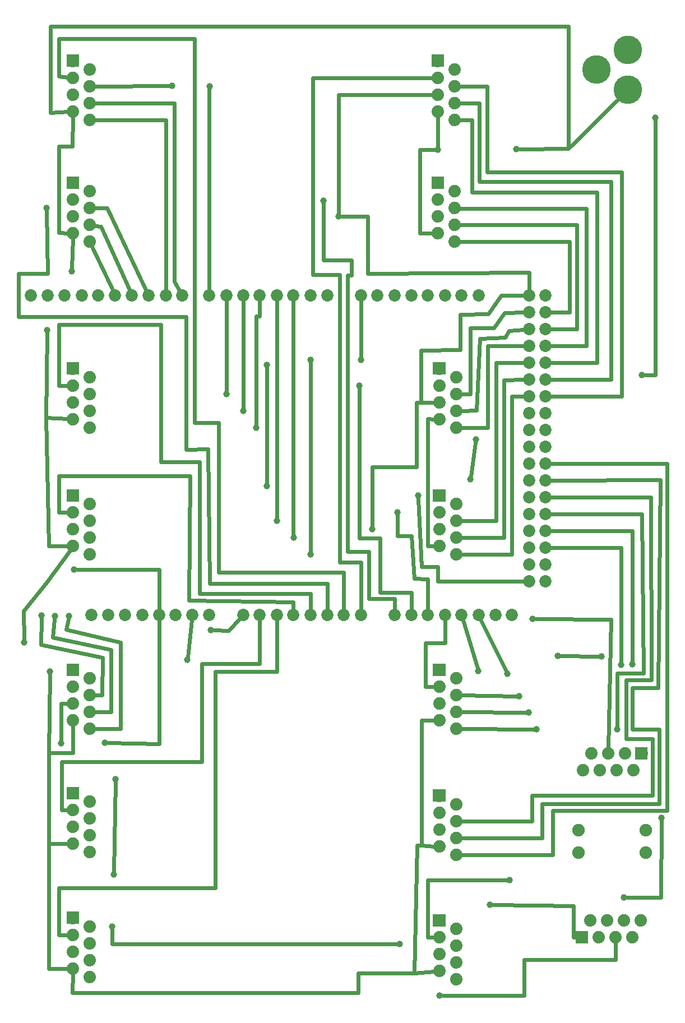
<source format=gbl>
G04 MADE WITH FRITZING*
G04 WWW.FRITZING.ORG*
G04 DOUBLE SIDED*
G04 HOLES PLATED*
G04 CONTOUR ON CENTER OF CONTOUR VECTOR*
%ASAXBY*%
%FSLAX23Y23*%
%MOIN*%
%OFA0B0*%
%SFA1.0B1.0*%
%ADD10C,0.039370*%
%ADD11C,0.072917*%
%ADD12C,0.170000*%
%ADD13C,0.074000*%
%ADD14C,0.075000*%
%ADD15C,0.024000*%
%ADD16R,0.001000X0.001000*%
%LNCOPPER0*%
G90*
G70*
G54D10*
X2415Y3037D03*
X356Y4371D03*
X211Y4022D03*
X1515Y3093D03*
X1515Y3815D03*
X1775Y2686D03*
X1775Y3844D03*
X1043Y2059D03*
X74Y2163D03*
X226Y1989D03*
X1275Y3642D03*
X1375Y3542D03*
X1452Y3442D03*
X1575Y2886D03*
X1675Y2786D03*
X2077Y3844D03*
X293Y1565D03*
X554Y1568D03*
X177Y2325D03*
X2759Y3371D03*
X2726Y3133D03*
X2144Y2836D03*
X256Y2319D03*
X341Y2319D03*
X1184Y2237D03*
X2307Y371D03*
X597Y473D03*
X615Y1352D03*
X607Y785D03*
X3506Y2082D03*
X3245Y2084D03*
X3018Y1843D03*
X3073Y1746D03*
X3120Y1648D03*
X3600Y1648D03*
X2543Y65D03*
X2844Y604D03*
X3689Y2033D03*
X3623Y2032D03*
X3826Y5285D03*
X3747Y3755D03*
X3863Y1119D03*
X3640Y648D03*
X2293Y2937D03*
X2774Y1993D03*
X2959Y752D03*
X2948Y1978D03*
X1854Y4792D03*
X1175Y5471D03*
X206Y4746D03*
X954Y5473D03*
X2067Y3692D03*
X2533Y5093D03*
X3001Y5096D03*
G54D11*
X2375Y2326D03*
X775Y2326D03*
X2474Y2326D03*
X2575Y2326D03*
X2674Y2326D03*
X2775Y2326D03*
X3075Y3726D03*
X2875Y2326D03*
X2974Y2326D03*
X814Y4226D03*
X1375Y2326D03*
X1474Y2326D03*
X1575Y2326D03*
X1674Y2326D03*
X3075Y2926D03*
X1775Y2326D03*
X1875Y2326D03*
X1974Y2326D03*
X2075Y2326D03*
X1575Y4226D03*
X3075Y4126D03*
X3075Y3326D03*
X3075Y2526D03*
X415Y4226D03*
X1174Y2326D03*
X1174Y4226D03*
X3075Y3926D03*
X3075Y3526D03*
X3075Y3126D03*
X2775Y4226D03*
X3075Y2726D03*
X2674Y4226D03*
X2575Y4226D03*
X2474Y4226D03*
X2375Y4226D03*
X2275Y4226D03*
X2174Y4226D03*
X2075Y4226D03*
X214Y4226D03*
X614Y4226D03*
X1014Y4226D03*
X574Y2326D03*
X974Y2326D03*
X1775Y4226D03*
X1375Y4226D03*
X3075Y4226D03*
X3075Y4026D03*
X3075Y3826D03*
X3075Y3626D03*
X3075Y3426D03*
X3075Y3226D03*
X3075Y3026D03*
X3075Y2826D03*
X3075Y2626D03*
X114Y4226D03*
X314Y4226D03*
X514Y4226D03*
X714Y4226D03*
X915Y4226D03*
X474Y2326D03*
X674Y2326D03*
X875Y2326D03*
X1074Y2326D03*
X1875Y4226D03*
X1674Y4226D03*
X1474Y4226D03*
X1275Y4226D03*
X3174Y4226D03*
X3174Y4126D03*
X3174Y4026D03*
X3174Y3926D03*
X3174Y3826D03*
X3174Y3726D03*
X3174Y3626D03*
X3174Y3526D03*
X3174Y3426D03*
X3174Y3326D03*
X3174Y3226D03*
X3174Y3126D03*
X3174Y3026D03*
X3174Y2926D03*
X3174Y2826D03*
X3174Y2726D03*
X3174Y2626D03*
X3174Y2526D03*
X2275Y2326D03*
G54D12*
X3662Y5452D03*
X3662Y5688D03*
X3477Y5570D03*
G54D13*
X3395Y1403D03*
X3445Y1503D03*
X3495Y1403D03*
X3595Y1403D03*
X3695Y1403D03*
X3545Y1503D03*
X3645Y1503D03*
X3745Y1503D03*
X3740Y511D03*
X3690Y411D03*
X3640Y511D03*
X3540Y511D03*
X3440Y511D03*
X3590Y411D03*
X3490Y411D03*
X3390Y411D03*
X2634Y5271D03*
X2534Y5321D03*
X2634Y5371D03*
X2634Y5471D03*
X2634Y5571D03*
X2534Y5421D03*
X2534Y5521D03*
X2534Y5621D03*
X2634Y4546D03*
X2534Y4596D03*
X2634Y4646D03*
X2634Y4746D03*
X2634Y4846D03*
X2534Y4696D03*
X2534Y4796D03*
X2534Y4896D03*
X2642Y2686D03*
X2542Y2736D03*
X2642Y2786D03*
X2642Y2886D03*
X2642Y2986D03*
X2542Y2836D03*
X2542Y2936D03*
X2542Y3036D03*
X2642Y3442D03*
X2542Y3492D03*
X2642Y3542D03*
X2642Y3642D03*
X2642Y3742D03*
X2542Y3592D03*
X2542Y3692D03*
X2542Y3792D03*
X464Y1649D03*
X364Y1699D03*
X464Y1749D03*
X464Y1849D03*
X464Y1949D03*
X364Y1799D03*
X364Y1899D03*
X364Y1999D03*
X464Y916D03*
X364Y966D03*
X464Y1016D03*
X464Y1116D03*
X464Y1216D03*
X364Y1066D03*
X364Y1166D03*
X364Y1266D03*
X464Y175D03*
X364Y225D03*
X464Y275D03*
X464Y375D03*
X464Y475D03*
X364Y325D03*
X364Y425D03*
X364Y525D03*
X464Y3442D03*
X364Y3492D03*
X464Y3542D03*
X464Y3642D03*
X464Y3742D03*
X364Y3592D03*
X364Y3692D03*
X364Y3792D03*
X464Y2686D03*
X364Y2736D03*
X464Y2786D03*
X464Y2886D03*
X464Y2986D03*
X364Y2836D03*
X364Y2936D03*
X364Y3036D03*
X464Y4546D03*
X364Y4596D03*
X464Y4646D03*
X464Y4746D03*
X464Y4846D03*
X364Y4696D03*
X364Y4796D03*
X364Y4896D03*
X2642Y901D03*
X2542Y951D03*
X2642Y1001D03*
X2642Y1101D03*
X2642Y1201D03*
X2542Y1051D03*
X2542Y1151D03*
X2542Y1251D03*
X2642Y1649D03*
X2542Y1699D03*
X2642Y1749D03*
X2642Y1849D03*
X2642Y1949D03*
X2542Y1799D03*
X2542Y1899D03*
X2542Y1999D03*
X2642Y160D03*
X2542Y210D03*
X2642Y260D03*
X2642Y360D03*
X2642Y460D03*
X2542Y310D03*
X2542Y410D03*
X2542Y510D03*
X464Y5271D03*
X364Y5321D03*
X464Y5371D03*
X464Y5471D03*
X464Y5571D03*
X364Y5421D03*
X364Y5521D03*
X364Y5621D03*
G54D10*
X1943Y4696D03*
G54D14*
X3370Y915D03*
X3770Y915D03*
X3370Y1048D03*
X3770Y1048D03*
G54D10*
X3096Y2303D03*
X370Y2596D03*
G54D15*
X2533Y2615D02*
X2533Y2526D01*
D02*
X2533Y2526D02*
X3044Y2526D01*
D02*
X2437Y2615D02*
X2533Y2615D01*
D02*
X2416Y3018D02*
X2437Y2615D01*
D02*
X356Y4390D02*
X363Y4565D01*
D02*
X204Y3500D02*
X211Y4003D01*
D02*
X1515Y3796D02*
X1515Y3112D01*
D02*
X1775Y3825D02*
X1775Y2705D01*
D02*
X1045Y2078D02*
X1071Y2296D01*
D02*
X364Y1508D02*
X219Y1508D01*
D02*
X219Y1508D02*
X226Y1970D01*
D02*
X74Y2182D02*
X70Y2352D01*
D02*
X70Y2352D02*
X207Y2519D01*
D02*
X207Y2519D02*
X346Y2711D01*
D02*
X364Y1668D02*
X364Y1508D01*
D02*
X2059Y82D02*
X359Y82D01*
D02*
X2059Y198D02*
X2059Y82D01*
D02*
X359Y82D02*
X363Y194D01*
D02*
X2393Y198D02*
X2059Y198D01*
D02*
X1275Y4196D02*
X1275Y3661D01*
D02*
X1375Y4196D02*
X1375Y3561D01*
D02*
X1474Y4104D02*
X1452Y4104D01*
D02*
X1452Y4104D02*
X1452Y3461D01*
D02*
X1474Y4196D02*
X1474Y4104D01*
D02*
X1575Y4196D02*
X1575Y2905D01*
D02*
X1674Y4196D02*
X1674Y2805D01*
D02*
X2075Y4196D02*
X2077Y3863D01*
D02*
X174Y2152D02*
X177Y2306D01*
D02*
X540Y2073D02*
X174Y2152D01*
D02*
X537Y1851D02*
X540Y2073D01*
D02*
X495Y1850D02*
X537Y1851D01*
D02*
X2757Y3352D02*
X2729Y3152D01*
D02*
X2407Y3592D02*
X2407Y3208D01*
D02*
X2407Y3208D02*
X2144Y3208D01*
D02*
X2511Y3592D02*
X2407Y3592D01*
D02*
X2144Y3208D02*
X2144Y2855D01*
D02*
X244Y2193D02*
X254Y2300D01*
D02*
X589Y2122D02*
X244Y2193D01*
D02*
X589Y1749D02*
X589Y2122D01*
D02*
X495Y1749D02*
X589Y1749D01*
D02*
X648Y2163D02*
X322Y2241D01*
D02*
X322Y2241D02*
X336Y2300D01*
D02*
X648Y1649D02*
X648Y2163D01*
D02*
X495Y1649D02*
X648Y1649D01*
D02*
X1290Y2234D02*
X1354Y2304D01*
D02*
X1203Y2237D02*
X1290Y2234D01*
D02*
X597Y371D02*
X2288Y371D01*
D02*
X597Y454D02*
X597Y371D01*
D02*
X615Y1333D02*
X608Y804D01*
D02*
X3487Y2082D02*
X3264Y2084D01*
D02*
X3101Y1648D02*
X2673Y1649D01*
D02*
X2673Y1749D02*
X3054Y1746D01*
D02*
X2999Y1843D02*
X2673Y1849D01*
D02*
X3895Y3226D02*
X3205Y3226D01*
D02*
X3215Y901D02*
X3215Y1165D01*
D02*
X3215Y1165D02*
X3895Y1165D01*
D02*
X2673Y901D02*
X3215Y901D01*
D02*
X3895Y1165D02*
X3895Y3226D01*
D02*
X3856Y3129D02*
X3205Y3126D01*
D02*
X3851Y1204D02*
X3851Y1648D01*
D02*
X3154Y1204D02*
X3851Y1204D01*
D02*
X3154Y1001D02*
X3154Y1204D01*
D02*
X2673Y1001D02*
X3154Y1001D01*
D02*
X3851Y1648D02*
X3690Y1648D01*
D02*
X3690Y1648D02*
X3690Y1893D01*
D02*
X3690Y1893D02*
X3843Y1893D01*
D02*
X3843Y1893D02*
X3856Y3129D01*
D02*
X3802Y1942D02*
X3800Y3026D01*
D02*
X3654Y1942D02*
X3802Y1942D01*
D02*
X3800Y3026D02*
X3205Y3026D01*
D02*
X3654Y1590D02*
X3654Y1942D01*
D02*
X3811Y1589D02*
X3654Y1590D01*
D02*
X3093Y1254D02*
X3811Y1254D01*
D02*
X3811Y1254D02*
X3811Y1589D01*
D02*
X3093Y1101D02*
X3093Y1254D01*
D02*
X2673Y1101D02*
X3093Y1101D01*
D02*
X3758Y1980D02*
X3748Y2926D01*
D02*
X3600Y1980D02*
X3758Y1980D01*
D02*
X3748Y2926D02*
X3205Y2926D01*
D02*
X3600Y1667D02*
X3600Y1980D01*
D02*
X2562Y65D02*
X3048Y65D01*
D02*
X3048Y65D02*
X3048Y276D01*
D02*
X3048Y276D02*
X3590Y276D01*
D02*
X3590Y276D02*
X3590Y380D01*
D02*
X2863Y604D02*
X3341Y596D01*
D02*
X3341Y411D02*
X3359Y411D01*
D02*
X3341Y596D02*
X3341Y411D01*
D02*
X3689Y2052D02*
X3689Y2826D01*
D02*
X3689Y2826D02*
X3205Y2826D01*
D02*
X3623Y2051D02*
X3623Y2726D01*
D02*
X3623Y2726D02*
X3205Y2726D01*
D02*
X2459Y1899D02*
X2459Y2159D01*
D02*
X2459Y2159D02*
X2575Y2159D01*
D02*
X2575Y2159D02*
X2575Y2296D01*
D02*
X2511Y1899D02*
X2459Y1899D01*
D02*
X3826Y3755D02*
X3766Y3755D01*
D02*
X3826Y5266D02*
X3826Y3755D01*
D02*
X3863Y1100D02*
X3859Y648D01*
D02*
X3859Y648D02*
X3659Y648D01*
D02*
X1790Y4351D02*
X1951Y4351D01*
D02*
X2075Y2640D02*
X2075Y2356D01*
D02*
X1951Y2640D02*
X2075Y2640D01*
D02*
X1951Y4351D02*
X1951Y2640D01*
D02*
X1790Y5521D02*
X1790Y4351D01*
D02*
X2504Y5521D02*
X1790Y5521D01*
D02*
X2020Y4437D02*
X2020Y4346D01*
D02*
X1854Y4437D02*
X2020Y4437D01*
D02*
X1998Y4348D02*
X1998Y2704D01*
D02*
X2020Y4346D02*
X1998Y4348D01*
D02*
X1854Y4773D02*
X1854Y4437D01*
D02*
X2275Y2423D02*
X2275Y2356D01*
D02*
X2123Y2423D02*
X2275Y2423D01*
D02*
X2123Y2704D02*
X2123Y2423D01*
D02*
X1998Y2704D02*
X2123Y2704D01*
D02*
X2474Y2541D02*
X2393Y2545D01*
D02*
X2378Y2796D02*
X2293Y2796D01*
D02*
X2293Y2796D02*
X2293Y2918D01*
D02*
X2393Y2545D02*
X2378Y2796D01*
D02*
X2474Y2356D02*
X2474Y2541D01*
D02*
X2769Y2011D02*
X2683Y2297D01*
D02*
X2940Y1995D02*
X2788Y2299D01*
D02*
X2474Y752D02*
X2940Y752D01*
D02*
X2474Y411D02*
X2474Y752D01*
D02*
X2511Y411D02*
X2474Y411D01*
D02*
X477Y4518D02*
X602Y4254D01*
D02*
X529Y4637D02*
X702Y4254D01*
D02*
X495Y4642D02*
X529Y4637D01*
D02*
X565Y4746D02*
X801Y4253D01*
D02*
X495Y4746D02*
X565Y4746D01*
D02*
X915Y5271D02*
X915Y4256D01*
D02*
X495Y5271D02*
X915Y5271D01*
D02*
X965Y5371D02*
X965Y4312D01*
D02*
X965Y4312D02*
X999Y4252D01*
D02*
X495Y5371D02*
X965Y5371D01*
D02*
X1174Y5452D02*
X1174Y4256D01*
D02*
X495Y5472D02*
X935Y5473D01*
D02*
X3315Y4546D02*
X3315Y4126D01*
D02*
X3315Y4126D02*
X3205Y4126D01*
D02*
X2665Y4546D02*
X3315Y4546D01*
D02*
X3361Y4646D02*
X3361Y4026D01*
D02*
X3361Y4026D02*
X3205Y4026D01*
D02*
X2665Y4646D02*
X3361Y4646D01*
D02*
X3415Y4744D02*
X3415Y3926D01*
D02*
X3415Y3926D02*
X3205Y3926D01*
D02*
X2665Y4745D02*
X3415Y4744D01*
D02*
X3481Y3826D02*
X3205Y3826D01*
D02*
X3481Y4839D02*
X3481Y3826D01*
D02*
X2735Y4839D02*
X3481Y4839D01*
D02*
X2735Y5271D02*
X2735Y4839D01*
D02*
X2665Y5271D02*
X2735Y5271D01*
D02*
X3564Y3726D02*
X3564Y4904D01*
D02*
X3564Y4904D02*
X2779Y4904D01*
D02*
X2779Y4904D02*
X2779Y5371D01*
D02*
X2779Y5371D02*
X2665Y5371D01*
D02*
X3205Y3726D02*
X3564Y3726D01*
D02*
X2828Y5471D02*
X2665Y5471D01*
D02*
X2828Y4962D02*
X2828Y5471D01*
D02*
X3626Y4962D02*
X2828Y4962D01*
D02*
X3626Y3626D02*
X3626Y4962D01*
D02*
X3205Y3626D02*
X3626Y3626D01*
D02*
X2726Y3640D02*
X2726Y4034D01*
D02*
X2726Y4034D02*
X2868Y4034D01*
D02*
X2868Y4034D02*
X2929Y4123D01*
D02*
X2929Y4123D02*
X3044Y4126D01*
D02*
X2673Y3641D02*
X2726Y3640D01*
D02*
X2956Y4018D02*
X3044Y4024D01*
D02*
X2934Y3976D02*
X2956Y4018D01*
D02*
X2784Y3971D02*
X2934Y3976D01*
D02*
X2762Y3543D02*
X2784Y3971D01*
D02*
X2673Y3542D02*
X2762Y3543D01*
D02*
X2831Y3926D02*
X2831Y3442D01*
D02*
X2831Y3442D02*
X2673Y3442D01*
D02*
X3044Y3926D02*
X2831Y3926D01*
D02*
X2881Y2886D02*
X2673Y2886D01*
D02*
X2881Y3826D02*
X2881Y2886D01*
D02*
X3044Y3826D02*
X2881Y3826D01*
D02*
X2926Y2786D02*
X2926Y3723D01*
D02*
X2673Y2786D02*
X2926Y2786D01*
D02*
X2926Y3723D02*
X3044Y3726D01*
D02*
X2973Y3626D02*
X3044Y3626D01*
D02*
X2973Y2686D02*
X2973Y3626D01*
D02*
X2673Y2686D02*
X2973Y2686D01*
D02*
X2067Y3673D02*
X2067Y2785D01*
D02*
X2067Y2785D02*
X2189Y2785D01*
D02*
X2189Y2785D02*
X2189Y2459D01*
D02*
X2189Y2459D02*
X2375Y2459D01*
D02*
X2375Y2459D02*
X2375Y2356D01*
D02*
X2534Y5291D02*
X2533Y5112D01*
D02*
X2426Y4596D02*
X2504Y4596D01*
D02*
X2426Y5093D02*
X2426Y4596D01*
D02*
X2514Y5093D02*
X2426Y5093D01*
D02*
X359Y5115D02*
X363Y5291D01*
D02*
X279Y4601D02*
X333Y4598D01*
D02*
X279Y5115D02*
X279Y4601D01*
D02*
X359Y5115D02*
X279Y5115D01*
D02*
X1962Y4696D02*
X2115Y4696D01*
D02*
X3075Y4365D02*
X3075Y4256D01*
D02*
X2115Y4357D02*
X3075Y4365D01*
D02*
X2115Y4696D02*
X2115Y4357D01*
D02*
X1943Y5421D02*
X2504Y5421D01*
D02*
X1943Y4715D02*
X1943Y5421D01*
D02*
X3309Y5099D02*
X3309Y5826D01*
D02*
X3309Y5826D02*
X1878Y5826D01*
D02*
X1878Y5826D02*
X231Y5826D01*
D02*
X231Y5826D02*
X231Y5315D01*
D02*
X231Y5315D02*
X333Y5320D01*
D02*
X2437Y1699D02*
X2511Y1699D01*
D02*
X364Y1507D02*
X364Y1668D01*
D02*
X219Y966D02*
X333Y966D01*
D02*
X219Y1507D02*
X219Y966D01*
D02*
X364Y1507D02*
X219Y1507D01*
D02*
X219Y225D02*
X333Y225D01*
D02*
X219Y966D02*
X219Y225D01*
D02*
X2437Y956D02*
X2511Y952D01*
D02*
X2437Y1699D02*
X2437Y956D01*
D02*
X2393Y198D02*
X2511Y208D01*
D02*
X2411Y956D02*
X2393Y198D01*
D02*
X2437Y956D02*
X2411Y956D01*
D02*
X293Y1799D02*
X293Y1584D01*
D02*
X875Y1562D02*
X875Y2296D01*
D02*
X573Y1567D02*
X875Y1562D01*
D02*
X333Y1799D02*
X293Y1799D01*
D02*
X2474Y2736D02*
X2474Y3493D01*
D02*
X2474Y3493D02*
X2511Y3492D01*
D02*
X2511Y2736D02*
X2474Y2736D01*
D02*
X220Y2737D02*
X333Y2736D01*
D02*
X204Y3500D02*
X220Y2737D01*
D02*
X333Y3493D02*
X204Y3500D01*
D02*
X2909Y4226D02*
X3044Y4226D01*
D02*
X2834Y4118D02*
X2909Y4226D01*
D02*
X2665Y4115D02*
X2834Y4118D01*
D02*
X2665Y3904D02*
X2665Y4115D01*
D02*
X2433Y3900D02*
X2665Y3904D01*
D02*
X2433Y3592D02*
X2433Y3900D01*
D02*
X2511Y3592D02*
X2433Y3592D01*
D02*
X3563Y2300D02*
X3546Y1534D01*
D02*
X3115Y2303D02*
X3563Y2300D01*
D02*
X3309Y5099D02*
X3612Y5402D01*
D02*
X3020Y5096D02*
X3309Y5099D01*
D02*
X389Y2596D02*
X875Y2596D01*
D02*
X875Y2596D02*
X875Y2356D01*
D02*
X1474Y2037D02*
X1474Y2296D01*
D02*
X1131Y2037D02*
X1474Y2037D01*
D02*
X298Y1166D02*
X298Y1454D01*
D02*
X298Y1454D02*
X1131Y1454D01*
D02*
X1131Y1454D02*
X1131Y2037D01*
D02*
X333Y1166D02*
X298Y1166D01*
D02*
X1575Y1990D02*
X1575Y2296D01*
D02*
X1209Y1990D02*
X1575Y1990D01*
D02*
X1209Y704D02*
X1209Y1990D01*
D02*
X281Y704D02*
X1209Y704D01*
D02*
X281Y425D02*
X281Y704D01*
D02*
X333Y425D02*
X281Y425D01*
D02*
X1674Y2404D02*
X1674Y2356D01*
D02*
X1054Y2415D02*
X1674Y2404D01*
D02*
X1059Y3154D02*
X1054Y2415D01*
D02*
X281Y3154D02*
X1059Y3154D01*
D02*
X281Y2936D02*
X281Y3154D01*
D02*
X333Y2936D02*
X281Y2936D01*
D02*
X1115Y3237D02*
X887Y3237D01*
D02*
X887Y3237D02*
X887Y4055D01*
D02*
X281Y3692D02*
X333Y3692D01*
D02*
X279Y4055D02*
X281Y3692D01*
D02*
X887Y4055D02*
X279Y4055D01*
D02*
X1115Y2454D02*
X1115Y3237D01*
D02*
X1775Y2454D02*
X1115Y2454D01*
D02*
X1775Y2356D02*
X1775Y2454D01*
D02*
X212Y4357D02*
X39Y4357D01*
D02*
X39Y4357D02*
X39Y4102D01*
D02*
X39Y4102D02*
X1037Y4102D01*
D02*
X1037Y4102D02*
X1037Y3311D01*
D02*
X207Y4727D02*
X212Y4357D01*
D02*
X1037Y3311D02*
X1165Y3315D01*
D02*
X1165Y3315D02*
X1176Y2515D01*
D02*
X1176Y2515D02*
X1875Y2515D01*
D02*
X1875Y2515D02*
X1875Y2356D01*
D02*
X1974Y2582D02*
X1974Y2356D01*
D02*
X1231Y2582D02*
X1974Y2582D01*
D02*
X1231Y3471D02*
X1231Y2582D01*
D02*
X1087Y3471D02*
X1231Y3471D01*
D02*
X1087Y5754D02*
X1087Y3471D01*
D02*
X281Y5754D02*
X1087Y5754D01*
D02*
X281Y5532D02*
X281Y5754D01*
D02*
X333Y5525D02*
X281Y5532D01*
G54D16*
X327Y5659D02*
X400Y5659D01*
X2497Y5659D02*
X2570Y5659D01*
X327Y5658D02*
X400Y5658D01*
X2497Y5658D02*
X2570Y5658D01*
X327Y5657D02*
X400Y5657D01*
X2497Y5657D02*
X2570Y5657D01*
X327Y5656D02*
X400Y5656D01*
X2497Y5656D02*
X2570Y5656D01*
X327Y5655D02*
X400Y5655D01*
X2497Y5655D02*
X2570Y5655D01*
X327Y5654D02*
X400Y5654D01*
X2497Y5654D02*
X2570Y5654D01*
X327Y5653D02*
X400Y5653D01*
X2497Y5653D02*
X2570Y5653D01*
X327Y5652D02*
X400Y5652D01*
X2497Y5652D02*
X2570Y5652D01*
X327Y5651D02*
X400Y5651D01*
X2497Y5651D02*
X2570Y5651D01*
X327Y5650D02*
X400Y5650D01*
X2497Y5650D02*
X2570Y5650D01*
X327Y5649D02*
X400Y5649D01*
X2497Y5649D02*
X2570Y5649D01*
X327Y5648D02*
X400Y5648D01*
X2497Y5648D02*
X2570Y5648D01*
X327Y5647D02*
X400Y5647D01*
X2497Y5647D02*
X2570Y5647D01*
X327Y5646D02*
X400Y5646D01*
X2497Y5646D02*
X2570Y5646D01*
X327Y5645D02*
X400Y5645D01*
X2497Y5645D02*
X2570Y5645D01*
X327Y5644D02*
X400Y5644D01*
X2497Y5644D02*
X2570Y5644D01*
X327Y5643D02*
X400Y5643D01*
X2497Y5643D02*
X2570Y5643D01*
X327Y5642D02*
X361Y5642D01*
X366Y5642D02*
X400Y5642D01*
X2497Y5642D02*
X2532Y5642D01*
X2536Y5642D02*
X2570Y5642D01*
X327Y5641D02*
X357Y5641D01*
X371Y5641D02*
X400Y5641D01*
X2497Y5641D02*
X2527Y5641D01*
X2541Y5641D02*
X2570Y5641D01*
X327Y5640D02*
X354Y5640D01*
X373Y5640D02*
X400Y5640D01*
X2497Y5640D02*
X2525Y5640D01*
X2543Y5640D02*
X2570Y5640D01*
X327Y5639D02*
X352Y5639D01*
X375Y5639D02*
X400Y5639D01*
X2497Y5639D02*
X2523Y5639D01*
X2545Y5639D02*
X2570Y5639D01*
X327Y5638D02*
X351Y5638D01*
X376Y5638D02*
X400Y5638D01*
X2497Y5638D02*
X2521Y5638D01*
X2546Y5638D02*
X2570Y5638D01*
X327Y5637D02*
X350Y5637D01*
X377Y5637D02*
X400Y5637D01*
X2497Y5637D02*
X2520Y5637D01*
X2548Y5637D02*
X2570Y5637D01*
X327Y5636D02*
X349Y5636D01*
X378Y5636D02*
X400Y5636D01*
X2497Y5636D02*
X2519Y5636D01*
X2549Y5636D02*
X2570Y5636D01*
X327Y5635D02*
X348Y5635D01*
X379Y5635D02*
X400Y5635D01*
X2497Y5635D02*
X2518Y5635D01*
X2549Y5635D02*
X2570Y5635D01*
X327Y5634D02*
X347Y5634D01*
X380Y5634D02*
X400Y5634D01*
X2497Y5634D02*
X2517Y5634D01*
X2550Y5634D02*
X2570Y5634D01*
X327Y5633D02*
X346Y5633D01*
X381Y5633D02*
X400Y5633D01*
X2497Y5633D02*
X2517Y5633D01*
X2551Y5633D02*
X2570Y5633D01*
X327Y5632D02*
X346Y5632D01*
X381Y5632D02*
X400Y5632D01*
X2497Y5632D02*
X2516Y5632D01*
X2552Y5632D02*
X2570Y5632D01*
X327Y5631D02*
X345Y5631D01*
X382Y5631D02*
X400Y5631D01*
X2497Y5631D02*
X2516Y5631D01*
X2552Y5631D02*
X2570Y5631D01*
X327Y5630D02*
X345Y5630D01*
X382Y5630D02*
X400Y5630D01*
X2497Y5630D02*
X2515Y5630D01*
X2553Y5630D02*
X2570Y5630D01*
X327Y5629D02*
X345Y5629D01*
X383Y5629D02*
X400Y5629D01*
X2497Y5629D02*
X2515Y5629D01*
X2553Y5629D02*
X2570Y5629D01*
X327Y5628D02*
X344Y5628D01*
X383Y5628D02*
X400Y5628D01*
X2497Y5628D02*
X2515Y5628D01*
X2553Y5628D02*
X2570Y5628D01*
X327Y5627D02*
X344Y5627D01*
X383Y5627D02*
X400Y5627D01*
X2497Y5627D02*
X2514Y5627D01*
X2554Y5627D02*
X2570Y5627D01*
X327Y5626D02*
X344Y5626D01*
X383Y5626D02*
X400Y5626D01*
X2497Y5626D02*
X2514Y5626D01*
X2554Y5626D02*
X2570Y5626D01*
X327Y5625D02*
X344Y5625D01*
X383Y5625D02*
X400Y5625D01*
X2497Y5625D02*
X2514Y5625D01*
X2554Y5625D02*
X2570Y5625D01*
X327Y5624D02*
X344Y5624D01*
X384Y5624D02*
X400Y5624D01*
X2497Y5624D02*
X2514Y5624D01*
X2554Y5624D02*
X2570Y5624D01*
X327Y5623D02*
X343Y5623D01*
X384Y5623D02*
X400Y5623D01*
X2497Y5623D02*
X2514Y5623D01*
X2554Y5623D02*
X2570Y5623D01*
X327Y5622D02*
X343Y5622D01*
X384Y5622D02*
X400Y5622D01*
X2497Y5622D02*
X2514Y5622D01*
X2554Y5622D02*
X2570Y5622D01*
X327Y5621D02*
X344Y5621D01*
X384Y5621D02*
X400Y5621D01*
X2497Y5621D02*
X2514Y5621D01*
X2554Y5621D02*
X2570Y5621D01*
X327Y5620D02*
X344Y5620D01*
X383Y5620D02*
X400Y5620D01*
X2497Y5620D02*
X2514Y5620D01*
X2554Y5620D02*
X2570Y5620D01*
X327Y5619D02*
X344Y5619D01*
X383Y5619D02*
X400Y5619D01*
X2497Y5619D02*
X2514Y5619D01*
X2554Y5619D02*
X2570Y5619D01*
X327Y5618D02*
X344Y5618D01*
X383Y5618D02*
X400Y5618D01*
X2497Y5618D02*
X2514Y5618D01*
X2554Y5618D02*
X2570Y5618D01*
X327Y5617D02*
X344Y5617D01*
X383Y5617D02*
X400Y5617D01*
X2497Y5617D02*
X2515Y5617D01*
X2553Y5617D02*
X2570Y5617D01*
X327Y5616D02*
X345Y5616D01*
X383Y5616D02*
X400Y5616D01*
X2497Y5616D02*
X2515Y5616D01*
X2553Y5616D02*
X2570Y5616D01*
X327Y5615D02*
X345Y5615D01*
X382Y5615D02*
X400Y5615D01*
X2497Y5615D02*
X2515Y5615D01*
X2553Y5615D02*
X2570Y5615D01*
X327Y5614D02*
X345Y5614D01*
X382Y5614D02*
X400Y5614D01*
X2497Y5614D02*
X2516Y5614D01*
X2552Y5614D02*
X2570Y5614D01*
X327Y5613D02*
X346Y5613D01*
X381Y5613D02*
X400Y5613D01*
X2497Y5613D02*
X2516Y5613D01*
X2552Y5613D02*
X2570Y5613D01*
X327Y5612D02*
X346Y5612D01*
X381Y5612D02*
X400Y5612D01*
X2497Y5612D02*
X2517Y5612D01*
X2551Y5612D02*
X2570Y5612D01*
X327Y5611D02*
X347Y5611D01*
X380Y5611D02*
X400Y5611D01*
X2497Y5611D02*
X2517Y5611D01*
X2550Y5611D02*
X2570Y5611D01*
X327Y5610D02*
X348Y5610D01*
X379Y5610D02*
X400Y5610D01*
X2497Y5610D02*
X2518Y5610D01*
X2550Y5610D02*
X2570Y5610D01*
X327Y5609D02*
X349Y5609D01*
X378Y5609D02*
X400Y5609D01*
X2497Y5609D02*
X2519Y5609D01*
X2549Y5609D02*
X2570Y5609D01*
X327Y5608D02*
X350Y5608D01*
X377Y5608D02*
X400Y5608D01*
X2497Y5608D02*
X2520Y5608D01*
X2548Y5608D02*
X2570Y5608D01*
X327Y5607D02*
X351Y5607D01*
X376Y5607D02*
X400Y5607D01*
X2497Y5607D02*
X2521Y5607D01*
X2546Y5607D02*
X2570Y5607D01*
X327Y5606D02*
X352Y5606D01*
X375Y5606D02*
X400Y5606D01*
X2497Y5606D02*
X2523Y5606D01*
X2545Y5606D02*
X2570Y5606D01*
X327Y5605D02*
X354Y5605D01*
X373Y5605D02*
X400Y5605D01*
X2497Y5605D02*
X2525Y5605D01*
X2543Y5605D02*
X2570Y5605D01*
X327Y5604D02*
X357Y5604D01*
X371Y5604D02*
X400Y5604D01*
X2497Y5604D02*
X2527Y5604D01*
X2541Y5604D02*
X2570Y5604D01*
X327Y5603D02*
X361Y5603D01*
X366Y5603D02*
X400Y5603D01*
X2497Y5603D02*
X2532Y5603D01*
X2536Y5603D02*
X2570Y5603D01*
X327Y5602D02*
X400Y5602D01*
X2497Y5602D02*
X2570Y5602D01*
X327Y5601D02*
X400Y5601D01*
X2497Y5601D02*
X2570Y5601D01*
X327Y5600D02*
X400Y5600D01*
X2497Y5600D02*
X2570Y5600D01*
X327Y5599D02*
X400Y5599D01*
X2497Y5599D02*
X2570Y5599D01*
X327Y5598D02*
X400Y5598D01*
X2497Y5598D02*
X2570Y5598D01*
X327Y5597D02*
X400Y5597D01*
X2497Y5597D02*
X2570Y5597D01*
X327Y5596D02*
X400Y5596D01*
X2497Y5596D02*
X2570Y5596D01*
X327Y5595D02*
X400Y5595D01*
X2497Y5595D02*
X2570Y5595D01*
X327Y5594D02*
X400Y5594D01*
X2497Y5594D02*
X2570Y5594D01*
X327Y5593D02*
X400Y5593D01*
X2497Y5593D02*
X2570Y5593D01*
X327Y5592D02*
X400Y5592D01*
X2497Y5592D02*
X2570Y5592D01*
X327Y5591D02*
X400Y5591D01*
X2497Y5591D02*
X2570Y5591D01*
X327Y5590D02*
X400Y5590D01*
X2497Y5590D02*
X2570Y5590D01*
X327Y5589D02*
X400Y5589D01*
X2497Y5589D02*
X2570Y5589D01*
X327Y5588D02*
X400Y5588D01*
X2497Y5588D02*
X2570Y5588D01*
X327Y5587D02*
X400Y5587D01*
X2497Y5587D02*
X2570Y5587D01*
X327Y5586D02*
X400Y5586D01*
X2497Y5586D02*
X2570Y5586D01*
X327Y4933D02*
X400Y4933D01*
X2497Y4933D02*
X2570Y4933D01*
X327Y4932D02*
X400Y4932D01*
X2497Y4932D02*
X2570Y4932D01*
X327Y4931D02*
X400Y4931D01*
X2497Y4931D02*
X2570Y4931D01*
X327Y4930D02*
X400Y4930D01*
X2497Y4930D02*
X2570Y4930D01*
X327Y4929D02*
X400Y4929D01*
X2497Y4929D02*
X2570Y4929D01*
X327Y4928D02*
X400Y4928D01*
X2497Y4928D02*
X2570Y4928D01*
X327Y4927D02*
X400Y4927D01*
X2497Y4927D02*
X2570Y4927D01*
X327Y4926D02*
X400Y4926D01*
X2497Y4926D02*
X2570Y4926D01*
X327Y4925D02*
X400Y4925D01*
X2497Y4925D02*
X2570Y4925D01*
X327Y4924D02*
X400Y4924D01*
X2497Y4924D02*
X2570Y4924D01*
X327Y4923D02*
X400Y4923D01*
X2497Y4923D02*
X2570Y4923D01*
X327Y4922D02*
X400Y4922D01*
X2497Y4922D02*
X2570Y4922D01*
X327Y4921D02*
X400Y4921D01*
X2497Y4921D02*
X2570Y4921D01*
X327Y4920D02*
X400Y4920D01*
X2497Y4920D02*
X2570Y4920D01*
X327Y4919D02*
X400Y4919D01*
X2497Y4919D02*
X2570Y4919D01*
X327Y4918D02*
X400Y4918D01*
X2497Y4918D02*
X2570Y4918D01*
X327Y4917D02*
X400Y4917D01*
X2497Y4917D02*
X2570Y4917D01*
X327Y4916D02*
X360Y4916D01*
X367Y4916D02*
X400Y4916D01*
X2497Y4916D02*
X2530Y4916D01*
X2537Y4916D02*
X2570Y4916D01*
X327Y4915D02*
X356Y4915D01*
X371Y4915D02*
X400Y4915D01*
X2497Y4915D02*
X2527Y4915D01*
X2541Y4915D02*
X2570Y4915D01*
X327Y4914D02*
X354Y4914D01*
X373Y4914D02*
X400Y4914D01*
X2497Y4914D02*
X2524Y4914D01*
X2543Y4914D02*
X2570Y4914D01*
X327Y4913D02*
X352Y4913D01*
X375Y4913D02*
X400Y4913D01*
X2497Y4913D02*
X2523Y4913D01*
X2545Y4913D02*
X2570Y4913D01*
X327Y4912D02*
X351Y4912D01*
X376Y4912D02*
X400Y4912D01*
X2497Y4912D02*
X2521Y4912D01*
X2547Y4912D02*
X2570Y4912D01*
X327Y4911D02*
X350Y4911D01*
X377Y4911D02*
X400Y4911D01*
X2497Y4911D02*
X2520Y4911D01*
X2548Y4911D02*
X2570Y4911D01*
X327Y4910D02*
X349Y4910D01*
X378Y4910D02*
X400Y4910D01*
X2497Y4910D02*
X2519Y4910D01*
X2549Y4910D02*
X2570Y4910D01*
X327Y4909D02*
X348Y4909D01*
X379Y4909D02*
X400Y4909D01*
X2497Y4909D02*
X2518Y4909D01*
X2550Y4909D02*
X2570Y4909D01*
X327Y4908D02*
X347Y4908D01*
X380Y4908D02*
X400Y4908D01*
X2497Y4908D02*
X2517Y4908D01*
X2550Y4908D02*
X2570Y4908D01*
X327Y4907D02*
X346Y4907D01*
X381Y4907D02*
X400Y4907D01*
X2497Y4907D02*
X2517Y4907D01*
X2551Y4907D02*
X2570Y4907D01*
X327Y4906D02*
X346Y4906D01*
X381Y4906D02*
X400Y4906D01*
X2497Y4906D02*
X2516Y4906D01*
X2552Y4906D02*
X2570Y4906D01*
X327Y4905D02*
X345Y4905D01*
X382Y4905D02*
X400Y4905D01*
X2497Y4905D02*
X2516Y4905D01*
X2552Y4905D02*
X2570Y4905D01*
X327Y4904D02*
X345Y4904D01*
X382Y4904D02*
X400Y4904D01*
X2497Y4904D02*
X2515Y4904D01*
X2553Y4904D02*
X2570Y4904D01*
X327Y4903D02*
X345Y4903D01*
X383Y4903D02*
X400Y4903D01*
X2497Y4903D02*
X2515Y4903D01*
X2553Y4903D02*
X2570Y4903D01*
X327Y4902D02*
X344Y4902D01*
X383Y4902D02*
X400Y4902D01*
X2497Y4902D02*
X2515Y4902D01*
X2553Y4902D02*
X2570Y4902D01*
X327Y4901D02*
X344Y4901D01*
X383Y4901D02*
X400Y4901D01*
X2497Y4901D02*
X2514Y4901D01*
X2554Y4901D02*
X2570Y4901D01*
X327Y4900D02*
X344Y4900D01*
X383Y4900D02*
X400Y4900D01*
X2497Y4900D02*
X2514Y4900D01*
X2554Y4900D02*
X2570Y4900D01*
X327Y4899D02*
X344Y4899D01*
X383Y4899D02*
X400Y4899D01*
X2497Y4899D02*
X2514Y4899D01*
X2554Y4899D02*
X2570Y4899D01*
X327Y4898D02*
X343Y4898D01*
X384Y4898D02*
X400Y4898D01*
X2497Y4898D02*
X2514Y4898D01*
X2554Y4898D02*
X2570Y4898D01*
X327Y4897D02*
X343Y4897D01*
X384Y4897D02*
X400Y4897D01*
X2497Y4897D02*
X2514Y4897D01*
X2554Y4897D02*
X2570Y4897D01*
X327Y4896D02*
X343Y4896D01*
X384Y4896D02*
X400Y4896D01*
X2497Y4896D02*
X2514Y4896D01*
X2554Y4896D02*
X2570Y4896D01*
X327Y4895D02*
X344Y4895D01*
X384Y4895D02*
X400Y4895D01*
X2497Y4895D02*
X2514Y4895D01*
X2554Y4895D02*
X2570Y4895D01*
X327Y4894D02*
X344Y4894D01*
X383Y4894D02*
X400Y4894D01*
X2497Y4894D02*
X2514Y4894D01*
X2554Y4894D02*
X2570Y4894D01*
X327Y4893D02*
X344Y4893D01*
X383Y4893D02*
X400Y4893D01*
X2497Y4893D02*
X2514Y4893D01*
X2554Y4893D02*
X2570Y4893D01*
X327Y4892D02*
X344Y4892D01*
X383Y4892D02*
X400Y4892D01*
X2497Y4892D02*
X2514Y4892D01*
X2553Y4892D02*
X2570Y4892D01*
X327Y4891D02*
X344Y4891D01*
X383Y4891D02*
X400Y4891D01*
X2497Y4891D02*
X2515Y4891D01*
X2553Y4891D02*
X2570Y4891D01*
X327Y4890D02*
X345Y4890D01*
X382Y4890D02*
X400Y4890D01*
X2497Y4890D02*
X2515Y4890D01*
X2553Y4890D02*
X2570Y4890D01*
X327Y4889D02*
X345Y4889D01*
X382Y4889D02*
X400Y4889D01*
X2497Y4889D02*
X2515Y4889D01*
X2553Y4889D02*
X2570Y4889D01*
X327Y4888D02*
X345Y4888D01*
X382Y4888D02*
X400Y4888D01*
X2497Y4888D02*
X2516Y4888D01*
X2552Y4888D02*
X2570Y4888D01*
X327Y4887D02*
X346Y4887D01*
X381Y4887D02*
X400Y4887D01*
X2497Y4887D02*
X2516Y4887D01*
X2551Y4887D02*
X2570Y4887D01*
X327Y4886D02*
X347Y4886D01*
X381Y4886D02*
X400Y4886D01*
X2497Y4886D02*
X2517Y4886D01*
X2551Y4886D02*
X2570Y4886D01*
X327Y4885D02*
X347Y4885D01*
X380Y4885D02*
X400Y4885D01*
X2497Y4885D02*
X2518Y4885D01*
X2550Y4885D02*
X2570Y4885D01*
X327Y4884D02*
X348Y4884D01*
X379Y4884D02*
X400Y4884D01*
X2497Y4884D02*
X2518Y4884D01*
X2549Y4884D02*
X2570Y4884D01*
X327Y4883D02*
X349Y4883D01*
X378Y4883D02*
X400Y4883D01*
X2497Y4883D02*
X2519Y4883D01*
X2549Y4883D02*
X2570Y4883D01*
X327Y4882D02*
X350Y4882D01*
X377Y4882D02*
X400Y4882D01*
X2497Y4882D02*
X2520Y4882D01*
X2547Y4882D02*
X2570Y4882D01*
X327Y4881D02*
X351Y4881D01*
X376Y4881D02*
X400Y4881D01*
X2497Y4881D02*
X2522Y4881D01*
X2546Y4881D02*
X2570Y4881D01*
X327Y4880D02*
X353Y4880D01*
X374Y4880D02*
X400Y4880D01*
X2497Y4880D02*
X2523Y4880D01*
X2545Y4880D02*
X2570Y4880D01*
X327Y4879D02*
X354Y4879D01*
X373Y4879D02*
X400Y4879D01*
X2497Y4879D02*
X2525Y4879D01*
X2543Y4879D02*
X2570Y4879D01*
X327Y4878D02*
X357Y4878D01*
X370Y4878D02*
X400Y4878D01*
X2497Y4878D02*
X2527Y4878D01*
X2540Y4878D02*
X2570Y4878D01*
X327Y4877D02*
X362Y4877D01*
X365Y4877D02*
X400Y4877D01*
X2497Y4877D02*
X2533Y4877D01*
X2535Y4877D02*
X2570Y4877D01*
X327Y4876D02*
X400Y4876D01*
X2497Y4876D02*
X2570Y4876D01*
X327Y4875D02*
X400Y4875D01*
X2497Y4875D02*
X2570Y4875D01*
X327Y4874D02*
X400Y4874D01*
X2497Y4874D02*
X2570Y4874D01*
X327Y4873D02*
X400Y4873D01*
X2497Y4873D02*
X2570Y4873D01*
X327Y4872D02*
X400Y4872D01*
X2497Y4872D02*
X2570Y4872D01*
X327Y4871D02*
X400Y4871D01*
X2497Y4871D02*
X2570Y4871D01*
X327Y4870D02*
X400Y4870D01*
X2497Y4870D02*
X2570Y4870D01*
X327Y4869D02*
X400Y4869D01*
X2497Y4869D02*
X2570Y4869D01*
X327Y4868D02*
X400Y4868D01*
X2497Y4868D02*
X2570Y4868D01*
X327Y4867D02*
X400Y4867D01*
X2497Y4867D02*
X2570Y4867D01*
X327Y4866D02*
X400Y4866D01*
X2497Y4866D02*
X2570Y4866D01*
X327Y4865D02*
X400Y4865D01*
X2497Y4865D02*
X2570Y4865D01*
X327Y4864D02*
X400Y4864D01*
X2497Y4864D02*
X2570Y4864D01*
X327Y4863D02*
X400Y4863D01*
X2497Y4863D02*
X2570Y4863D01*
X327Y4862D02*
X400Y4862D01*
X2497Y4862D02*
X2570Y4862D01*
X327Y4861D02*
X400Y4861D01*
X2497Y4861D02*
X2570Y4861D01*
X327Y4860D02*
X400Y4860D01*
X2497Y4860D02*
X2570Y4860D01*
X328Y3830D02*
X400Y3830D01*
X2505Y3830D02*
X2577Y3830D01*
X327Y3829D02*
X400Y3829D01*
X2505Y3829D02*
X2578Y3829D01*
X327Y3828D02*
X400Y3828D01*
X2505Y3828D02*
X2578Y3828D01*
X327Y3827D02*
X400Y3827D01*
X2505Y3827D02*
X2578Y3827D01*
X327Y3826D02*
X400Y3826D01*
X2505Y3826D02*
X2578Y3826D01*
X327Y3825D02*
X400Y3825D01*
X2505Y3825D02*
X2578Y3825D01*
X327Y3824D02*
X400Y3824D01*
X2505Y3824D02*
X2578Y3824D01*
X327Y3823D02*
X400Y3823D01*
X2505Y3823D02*
X2578Y3823D01*
X327Y3822D02*
X400Y3822D01*
X2505Y3822D02*
X2578Y3822D01*
X327Y3821D02*
X400Y3821D01*
X2505Y3821D02*
X2578Y3821D01*
X327Y3820D02*
X400Y3820D01*
X2505Y3820D02*
X2578Y3820D01*
X327Y3819D02*
X400Y3819D01*
X2505Y3819D02*
X2578Y3819D01*
X327Y3818D02*
X400Y3818D01*
X2505Y3818D02*
X2578Y3818D01*
X327Y3817D02*
X400Y3817D01*
X2505Y3817D02*
X2578Y3817D01*
X327Y3816D02*
X400Y3816D01*
X2505Y3816D02*
X2578Y3816D01*
X327Y3815D02*
X400Y3815D01*
X2505Y3815D02*
X2578Y3815D01*
X327Y3814D02*
X400Y3814D01*
X2505Y3814D02*
X2578Y3814D01*
X327Y3813D02*
X400Y3813D01*
X2505Y3813D02*
X2578Y3813D01*
X327Y3812D02*
X358Y3812D01*
X369Y3812D02*
X400Y3812D01*
X2505Y3812D02*
X2536Y3812D01*
X2547Y3812D02*
X2578Y3812D01*
X327Y3811D02*
X355Y3811D01*
X372Y3811D02*
X400Y3811D01*
X2505Y3811D02*
X2533Y3811D01*
X2550Y3811D02*
X2578Y3811D01*
X327Y3810D02*
X353Y3810D01*
X374Y3810D02*
X400Y3810D01*
X2505Y3810D02*
X2531Y3810D01*
X2552Y3810D02*
X2578Y3810D01*
X327Y3809D02*
X352Y3809D01*
X375Y3809D02*
X400Y3809D01*
X2505Y3809D02*
X2529Y3809D01*
X2553Y3809D02*
X2578Y3809D01*
X327Y3808D02*
X350Y3808D01*
X377Y3808D02*
X400Y3808D01*
X2505Y3808D02*
X2528Y3808D01*
X2554Y3808D02*
X2578Y3808D01*
X327Y3807D02*
X349Y3807D01*
X378Y3807D02*
X400Y3807D01*
X2505Y3807D02*
X2527Y3807D01*
X2556Y3807D02*
X2578Y3807D01*
X327Y3806D02*
X348Y3806D01*
X379Y3806D02*
X400Y3806D01*
X2505Y3806D02*
X2526Y3806D01*
X2557Y3806D02*
X2578Y3806D01*
X327Y3805D02*
X348Y3805D01*
X380Y3805D02*
X400Y3805D01*
X2505Y3805D02*
X2525Y3805D01*
X2557Y3805D02*
X2578Y3805D01*
X327Y3804D02*
X347Y3804D01*
X380Y3804D02*
X400Y3804D01*
X2505Y3804D02*
X2525Y3804D01*
X2558Y3804D02*
X2578Y3804D01*
X327Y3803D02*
X346Y3803D01*
X381Y3803D02*
X400Y3803D01*
X2505Y3803D02*
X2524Y3803D01*
X2559Y3803D02*
X2578Y3803D01*
X327Y3802D02*
X346Y3802D01*
X381Y3802D02*
X400Y3802D01*
X2505Y3802D02*
X2523Y3802D01*
X2559Y3802D02*
X2578Y3802D01*
X327Y3801D02*
X345Y3801D01*
X382Y3801D02*
X400Y3801D01*
X2505Y3801D02*
X2523Y3801D01*
X2560Y3801D02*
X2578Y3801D01*
X327Y3800D02*
X345Y3800D01*
X382Y3800D02*
X400Y3800D01*
X2505Y3800D02*
X2522Y3800D01*
X2560Y3800D02*
X2578Y3800D01*
X327Y3799D02*
X344Y3799D01*
X383Y3799D02*
X400Y3799D01*
X2505Y3799D02*
X2522Y3799D01*
X2560Y3799D02*
X2578Y3799D01*
X327Y3798D02*
X344Y3798D01*
X383Y3798D02*
X400Y3798D01*
X2505Y3798D02*
X2522Y3798D01*
X2561Y3798D02*
X2578Y3798D01*
X327Y3797D02*
X344Y3797D01*
X383Y3797D02*
X400Y3797D01*
X2505Y3797D02*
X2522Y3797D01*
X2561Y3797D02*
X2578Y3797D01*
X327Y3796D02*
X344Y3796D01*
X383Y3796D02*
X400Y3796D01*
X2505Y3796D02*
X2521Y3796D01*
X2561Y3796D02*
X2578Y3796D01*
X327Y3795D02*
X344Y3795D01*
X384Y3795D02*
X400Y3795D01*
X2505Y3795D02*
X2521Y3795D01*
X2561Y3795D02*
X2578Y3795D01*
X327Y3794D02*
X343Y3794D01*
X384Y3794D02*
X400Y3794D01*
X2505Y3794D02*
X2521Y3794D01*
X2561Y3794D02*
X2578Y3794D01*
X327Y3793D02*
X343Y3793D01*
X384Y3793D02*
X400Y3793D01*
X2505Y3793D02*
X2521Y3793D01*
X2561Y3793D02*
X2578Y3793D01*
X327Y3792D02*
X343Y3792D01*
X384Y3792D02*
X400Y3792D01*
X2505Y3792D02*
X2521Y3792D01*
X2561Y3792D02*
X2578Y3792D01*
X327Y3791D02*
X344Y3791D01*
X384Y3791D02*
X400Y3791D01*
X2505Y3791D02*
X2521Y3791D01*
X2561Y3791D02*
X2578Y3791D01*
X327Y3790D02*
X344Y3790D01*
X383Y3790D02*
X400Y3790D01*
X2505Y3790D02*
X2521Y3790D01*
X2561Y3790D02*
X2578Y3790D01*
X327Y3789D02*
X344Y3789D01*
X383Y3789D02*
X400Y3789D01*
X2505Y3789D02*
X2522Y3789D01*
X2561Y3789D02*
X2578Y3789D01*
X327Y3788D02*
X344Y3788D01*
X383Y3788D02*
X400Y3788D01*
X2505Y3788D02*
X2522Y3788D01*
X2561Y3788D02*
X2578Y3788D01*
X327Y3787D02*
X344Y3787D01*
X383Y3787D02*
X400Y3787D01*
X2505Y3787D02*
X2522Y3787D01*
X2560Y3787D02*
X2578Y3787D01*
X327Y3786D02*
X345Y3786D01*
X382Y3786D02*
X400Y3786D01*
X2505Y3786D02*
X2522Y3786D01*
X2560Y3786D02*
X2578Y3786D01*
X327Y3785D02*
X345Y3785D01*
X382Y3785D02*
X400Y3785D01*
X2505Y3785D02*
X2523Y3785D01*
X2560Y3785D02*
X2578Y3785D01*
X327Y3784D02*
X346Y3784D01*
X381Y3784D02*
X400Y3784D01*
X2505Y3784D02*
X2523Y3784D01*
X2559Y3784D02*
X2578Y3784D01*
X327Y3783D02*
X346Y3783D01*
X381Y3783D02*
X400Y3783D01*
X2505Y3783D02*
X2524Y3783D01*
X2559Y3783D02*
X2578Y3783D01*
X327Y3782D02*
X347Y3782D01*
X380Y3782D02*
X400Y3782D01*
X2505Y3782D02*
X2525Y3782D01*
X2558Y3782D02*
X2578Y3782D01*
X327Y3781D02*
X348Y3781D01*
X380Y3781D02*
X400Y3781D01*
X2505Y3781D02*
X2525Y3781D01*
X2557Y3781D02*
X2578Y3781D01*
X327Y3780D02*
X348Y3780D01*
X379Y3780D02*
X400Y3780D01*
X2505Y3780D02*
X2526Y3780D01*
X2556Y3780D02*
X2578Y3780D01*
X327Y3779D02*
X349Y3779D01*
X378Y3779D02*
X400Y3779D01*
X2505Y3779D02*
X2527Y3779D01*
X2556Y3779D02*
X2578Y3779D01*
X327Y3778D02*
X350Y3778D01*
X377Y3778D02*
X400Y3778D01*
X2505Y3778D02*
X2528Y3778D01*
X2554Y3778D02*
X2578Y3778D01*
X327Y3777D02*
X352Y3777D01*
X375Y3777D02*
X400Y3777D01*
X2505Y3777D02*
X2529Y3777D01*
X2553Y3777D02*
X2578Y3777D01*
X327Y3776D02*
X353Y3776D01*
X374Y3776D02*
X400Y3776D01*
X2505Y3776D02*
X2531Y3776D01*
X2552Y3776D02*
X2578Y3776D01*
X327Y3775D02*
X355Y3775D01*
X372Y3775D02*
X400Y3775D01*
X2505Y3775D02*
X2533Y3775D01*
X2550Y3775D02*
X2578Y3775D01*
X327Y3774D02*
X358Y3774D01*
X369Y3774D02*
X400Y3774D01*
X2505Y3774D02*
X2536Y3774D01*
X2547Y3774D02*
X2578Y3774D01*
X327Y3773D02*
X400Y3773D01*
X2505Y3773D02*
X2578Y3773D01*
X327Y3772D02*
X400Y3772D01*
X2505Y3772D02*
X2578Y3772D01*
X327Y3771D02*
X400Y3771D01*
X2505Y3771D02*
X2578Y3771D01*
X327Y3770D02*
X400Y3770D01*
X2505Y3770D02*
X2578Y3770D01*
X327Y3769D02*
X400Y3769D01*
X2505Y3769D02*
X2578Y3769D01*
X327Y3768D02*
X400Y3768D01*
X2505Y3768D02*
X2578Y3768D01*
X327Y3767D02*
X400Y3767D01*
X2505Y3767D02*
X2578Y3767D01*
X327Y3766D02*
X400Y3766D01*
X2505Y3766D02*
X2578Y3766D01*
X327Y3765D02*
X400Y3765D01*
X2505Y3765D02*
X2578Y3765D01*
X327Y3764D02*
X400Y3764D01*
X2505Y3764D02*
X2578Y3764D01*
X327Y3763D02*
X400Y3763D01*
X2505Y3763D02*
X2578Y3763D01*
X327Y3762D02*
X400Y3762D01*
X2505Y3762D02*
X2578Y3762D01*
X327Y3761D02*
X400Y3761D01*
X2505Y3761D02*
X2578Y3761D01*
X327Y3760D02*
X400Y3760D01*
X2505Y3760D02*
X2578Y3760D01*
X327Y3759D02*
X400Y3759D01*
X2505Y3759D02*
X2578Y3759D01*
X327Y3758D02*
X400Y3758D01*
X2505Y3758D02*
X2578Y3758D01*
X327Y3757D02*
X400Y3757D01*
X2505Y3757D02*
X2578Y3757D01*
X327Y3074D02*
X400Y3074D01*
X2505Y3074D02*
X2578Y3074D01*
X327Y3073D02*
X400Y3073D01*
X2505Y3073D02*
X2578Y3073D01*
X327Y3072D02*
X400Y3072D01*
X2505Y3072D02*
X2578Y3072D01*
X327Y3071D02*
X400Y3071D01*
X2505Y3071D02*
X2578Y3071D01*
X327Y3070D02*
X400Y3070D01*
X2505Y3070D02*
X2578Y3070D01*
X327Y3069D02*
X400Y3069D01*
X2505Y3069D02*
X2578Y3069D01*
X327Y3068D02*
X400Y3068D01*
X2505Y3068D02*
X2578Y3068D01*
X327Y3067D02*
X400Y3067D01*
X2505Y3067D02*
X2578Y3067D01*
X327Y3066D02*
X400Y3066D01*
X2505Y3066D02*
X2578Y3066D01*
X327Y3065D02*
X400Y3065D01*
X2505Y3065D02*
X2578Y3065D01*
X327Y3064D02*
X400Y3064D01*
X2505Y3064D02*
X2578Y3064D01*
X327Y3063D02*
X400Y3063D01*
X2505Y3063D02*
X2578Y3063D01*
X327Y3062D02*
X400Y3062D01*
X2505Y3062D02*
X2578Y3062D01*
X327Y3061D02*
X400Y3061D01*
X2505Y3061D02*
X2578Y3061D01*
X327Y3060D02*
X400Y3060D01*
X2505Y3060D02*
X2578Y3060D01*
X327Y3059D02*
X400Y3059D01*
X2505Y3059D02*
X2578Y3059D01*
X327Y3058D02*
X400Y3058D01*
X2505Y3058D02*
X2578Y3058D01*
X327Y3057D02*
X361Y3057D01*
X366Y3057D02*
X400Y3057D01*
X2505Y3057D02*
X2539Y3057D01*
X2544Y3057D02*
X2578Y3057D01*
X327Y3056D02*
X356Y3056D01*
X371Y3056D02*
X400Y3056D01*
X2505Y3056D02*
X2534Y3056D01*
X2548Y3056D02*
X2578Y3056D01*
X327Y3055D02*
X354Y3055D01*
X373Y3055D02*
X400Y3055D01*
X2505Y3055D02*
X2532Y3055D01*
X2551Y3055D02*
X2578Y3055D01*
X327Y3054D02*
X352Y3054D01*
X375Y3054D02*
X400Y3054D01*
X2505Y3054D02*
X2530Y3054D01*
X2553Y3054D02*
X2578Y3054D01*
X327Y3053D02*
X351Y3053D01*
X376Y3053D02*
X400Y3053D01*
X2505Y3053D02*
X2529Y3053D01*
X2554Y3053D02*
X2578Y3053D01*
X327Y3052D02*
X350Y3052D01*
X377Y3052D02*
X400Y3052D01*
X2505Y3052D02*
X2528Y3052D01*
X2555Y3052D02*
X2578Y3052D01*
X327Y3051D02*
X349Y3051D01*
X378Y3051D02*
X400Y3051D01*
X2505Y3051D02*
X2527Y3051D01*
X2556Y3051D02*
X2578Y3051D01*
X327Y3050D02*
X348Y3050D01*
X379Y3050D02*
X400Y3050D01*
X2505Y3050D02*
X2526Y3050D01*
X2557Y3050D02*
X2578Y3050D01*
X327Y3049D02*
X347Y3049D01*
X380Y3049D02*
X400Y3049D01*
X2505Y3049D02*
X2525Y3049D01*
X2558Y3049D02*
X2578Y3049D01*
X327Y3048D02*
X346Y3048D01*
X381Y3048D02*
X400Y3048D01*
X2505Y3048D02*
X2524Y3048D01*
X2558Y3048D02*
X2578Y3048D01*
X327Y3047D02*
X346Y3047D01*
X381Y3047D02*
X400Y3047D01*
X2505Y3047D02*
X2524Y3047D01*
X2559Y3047D02*
X2578Y3047D01*
X327Y3046D02*
X345Y3046D01*
X382Y3046D02*
X400Y3046D01*
X2505Y3046D02*
X2523Y3046D01*
X2560Y3046D02*
X2578Y3046D01*
X327Y3045D02*
X345Y3045D01*
X382Y3045D02*
X400Y3045D01*
X2505Y3045D02*
X2523Y3045D01*
X2560Y3045D02*
X2578Y3045D01*
X327Y3044D02*
X345Y3044D01*
X383Y3044D02*
X400Y3044D01*
X2505Y3044D02*
X2522Y3044D01*
X2560Y3044D02*
X2578Y3044D01*
X327Y3043D02*
X344Y3043D01*
X383Y3043D02*
X400Y3043D01*
X2505Y3043D02*
X2522Y3043D01*
X2561Y3043D02*
X2578Y3043D01*
X327Y3042D02*
X344Y3042D01*
X383Y3042D02*
X400Y3042D01*
X2505Y3042D02*
X2522Y3042D01*
X2561Y3042D02*
X2578Y3042D01*
X327Y3041D02*
X344Y3041D01*
X383Y3041D02*
X400Y3041D01*
X2505Y3041D02*
X2521Y3041D01*
X2561Y3041D02*
X2578Y3041D01*
X327Y3040D02*
X344Y3040D01*
X383Y3040D02*
X400Y3040D01*
X2505Y3040D02*
X2521Y3040D01*
X2561Y3040D02*
X2578Y3040D01*
X327Y3039D02*
X344Y3039D01*
X384Y3039D02*
X400Y3039D01*
X2505Y3039D02*
X2521Y3039D01*
X2561Y3039D02*
X2578Y3039D01*
X327Y3038D02*
X343Y3038D01*
X384Y3038D02*
X400Y3038D01*
X2505Y3038D02*
X2521Y3038D01*
X2561Y3038D02*
X2578Y3038D01*
X327Y3037D02*
X343Y3037D01*
X384Y3037D02*
X400Y3037D01*
X2505Y3037D02*
X2521Y3037D01*
X2561Y3037D02*
X2578Y3037D01*
X327Y3036D02*
X344Y3036D01*
X384Y3036D02*
X400Y3036D01*
X2505Y3036D02*
X2521Y3036D01*
X2561Y3036D02*
X2578Y3036D01*
X327Y3035D02*
X344Y3035D01*
X383Y3035D02*
X400Y3035D01*
X2505Y3035D02*
X2521Y3035D01*
X2561Y3035D02*
X2578Y3035D01*
X327Y3034D02*
X344Y3034D01*
X383Y3034D02*
X400Y3034D01*
X2505Y3034D02*
X2521Y3034D01*
X2561Y3034D02*
X2578Y3034D01*
X327Y3033D02*
X344Y3033D01*
X383Y3033D02*
X400Y3033D01*
X2505Y3033D02*
X2522Y3033D01*
X2561Y3033D02*
X2578Y3033D01*
X327Y3032D02*
X344Y3032D01*
X383Y3032D02*
X400Y3032D01*
X2505Y3032D02*
X2522Y3032D01*
X2561Y3032D02*
X2578Y3032D01*
X327Y3031D02*
X345Y3031D01*
X383Y3031D02*
X400Y3031D01*
X2505Y3031D02*
X2522Y3031D01*
X2560Y3031D02*
X2578Y3031D01*
X327Y3030D02*
X345Y3030D01*
X382Y3030D02*
X400Y3030D01*
X2505Y3030D02*
X2523Y3030D01*
X2560Y3030D02*
X2578Y3030D01*
X327Y3029D02*
X345Y3029D01*
X382Y3029D02*
X400Y3029D01*
X2505Y3029D02*
X2523Y3029D01*
X2559Y3029D02*
X2578Y3029D01*
X327Y3028D02*
X346Y3028D01*
X381Y3028D02*
X400Y3028D01*
X2505Y3028D02*
X2524Y3028D01*
X2559Y3028D02*
X2578Y3028D01*
X327Y3027D02*
X346Y3027D01*
X381Y3027D02*
X400Y3027D01*
X2505Y3027D02*
X2524Y3027D01*
X2558Y3027D02*
X2578Y3027D01*
X327Y3026D02*
X347Y3026D01*
X380Y3026D02*
X400Y3026D01*
X2505Y3026D02*
X2525Y3026D01*
X2558Y3026D02*
X2578Y3026D01*
X327Y3025D02*
X348Y3025D01*
X379Y3025D02*
X400Y3025D01*
X2505Y3025D02*
X2526Y3025D01*
X2557Y3025D02*
X2578Y3025D01*
X327Y3024D02*
X349Y3024D01*
X378Y3024D02*
X400Y3024D01*
X2505Y3024D02*
X2527Y3024D01*
X2556Y3024D02*
X2578Y3024D01*
X327Y3023D02*
X350Y3023D01*
X377Y3023D02*
X400Y3023D01*
X2505Y3023D02*
X2528Y3023D01*
X2555Y3023D02*
X2578Y3023D01*
X327Y3022D02*
X351Y3022D01*
X376Y3022D02*
X400Y3022D01*
X2505Y3022D02*
X2529Y3022D01*
X2554Y3022D02*
X2578Y3022D01*
X327Y3021D02*
X352Y3021D01*
X375Y3021D02*
X400Y3021D01*
X2505Y3021D02*
X2530Y3021D01*
X2552Y3021D02*
X2578Y3021D01*
X327Y3020D02*
X354Y3020D01*
X373Y3020D02*
X400Y3020D01*
X2505Y3020D02*
X2532Y3020D01*
X2551Y3020D02*
X2578Y3020D01*
X327Y3019D02*
X357Y3019D01*
X370Y3019D02*
X400Y3019D01*
X2505Y3019D02*
X2534Y3019D01*
X2548Y3019D02*
X2578Y3019D01*
X327Y3018D02*
X362Y3018D01*
X366Y3018D02*
X400Y3018D01*
X2505Y3018D02*
X2539Y3018D01*
X2543Y3018D02*
X2578Y3018D01*
X327Y3017D02*
X400Y3017D01*
X2505Y3017D02*
X2578Y3017D01*
X327Y3016D02*
X400Y3016D01*
X2505Y3016D02*
X2578Y3016D01*
X327Y3015D02*
X400Y3015D01*
X2505Y3015D02*
X2578Y3015D01*
X327Y3014D02*
X400Y3014D01*
X2505Y3014D02*
X2578Y3014D01*
X327Y3013D02*
X400Y3013D01*
X2505Y3013D02*
X2578Y3013D01*
X327Y3012D02*
X400Y3012D01*
X2505Y3012D02*
X2578Y3012D01*
X327Y3011D02*
X400Y3011D01*
X2505Y3011D02*
X2578Y3011D01*
X327Y3010D02*
X400Y3010D01*
X2505Y3010D02*
X2578Y3010D01*
X327Y3009D02*
X400Y3009D01*
X2505Y3009D02*
X2578Y3009D01*
X327Y3008D02*
X400Y3008D01*
X2505Y3008D02*
X2578Y3008D01*
X327Y3007D02*
X400Y3007D01*
X2505Y3007D02*
X2578Y3007D01*
X327Y3006D02*
X400Y3006D01*
X2505Y3006D02*
X2578Y3006D01*
X327Y3005D02*
X400Y3005D01*
X2505Y3005D02*
X2578Y3005D01*
X327Y3004D02*
X400Y3004D01*
X2505Y3004D02*
X2578Y3004D01*
X327Y3003D02*
X400Y3003D01*
X2505Y3003D02*
X2578Y3003D01*
X327Y3002D02*
X400Y3002D01*
X2505Y3002D02*
X2578Y3002D01*
X327Y3001D02*
X400Y3001D01*
X2505Y3001D02*
X2578Y3001D01*
X327Y2037D02*
X400Y2037D01*
X2505Y2037D02*
X2578Y2037D01*
X327Y2036D02*
X400Y2036D01*
X2505Y2036D02*
X2578Y2036D01*
X327Y2035D02*
X400Y2035D01*
X2505Y2035D02*
X2578Y2035D01*
X327Y2034D02*
X400Y2034D01*
X2505Y2034D02*
X2578Y2034D01*
X327Y2033D02*
X400Y2033D01*
X2505Y2033D02*
X2578Y2033D01*
X327Y2032D02*
X400Y2032D01*
X2505Y2032D02*
X2578Y2032D01*
X327Y2031D02*
X400Y2031D01*
X2505Y2031D02*
X2578Y2031D01*
X327Y2030D02*
X400Y2030D01*
X2505Y2030D02*
X2578Y2030D01*
X327Y2029D02*
X400Y2029D01*
X2505Y2029D02*
X2578Y2029D01*
X327Y2028D02*
X400Y2028D01*
X2505Y2028D02*
X2578Y2028D01*
X327Y2027D02*
X400Y2027D01*
X2505Y2027D02*
X2578Y2027D01*
X327Y2026D02*
X400Y2026D01*
X2505Y2026D02*
X2578Y2026D01*
X327Y2025D02*
X400Y2025D01*
X2505Y2025D02*
X2578Y2025D01*
X327Y2024D02*
X400Y2024D01*
X2505Y2024D02*
X2578Y2024D01*
X327Y2023D02*
X400Y2023D01*
X2505Y2023D02*
X2578Y2023D01*
X327Y2022D02*
X400Y2022D01*
X2505Y2022D02*
X2578Y2022D01*
X327Y2021D02*
X400Y2021D01*
X2505Y2021D02*
X2578Y2021D01*
X327Y2020D02*
X360Y2020D01*
X367Y2020D02*
X400Y2020D01*
X2505Y2020D02*
X2538Y2020D01*
X2544Y2020D02*
X2578Y2020D01*
X327Y2019D02*
X356Y2019D01*
X371Y2019D02*
X400Y2019D01*
X2505Y2019D02*
X2534Y2019D01*
X2549Y2019D02*
X2578Y2019D01*
X327Y2018D02*
X354Y2018D01*
X373Y2018D02*
X400Y2018D01*
X2505Y2018D02*
X2532Y2018D01*
X2551Y2018D02*
X2578Y2018D01*
X327Y2017D02*
X352Y2017D01*
X375Y2017D02*
X400Y2017D01*
X2505Y2017D02*
X2530Y2017D01*
X2553Y2017D02*
X2578Y2017D01*
X327Y2016D02*
X351Y2016D01*
X376Y2016D02*
X400Y2016D01*
X2505Y2016D02*
X2529Y2016D01*
X2554Y2016D02*
X2578Y2016D01*
X327Y2015D02*
X350Y2015D01*
X377Y2015D02*
X400Y2015D01*
X2505Y2015D02*
X2527Y2015D01*
X2555Y2015D02*
X2578Y2015D01*
X327Y2014D02*
X349Y2014D01*
X378Y2014D02*
X400Y2014D01*
X2505Y2014D02*
X2526Y2014D01*
X2556Y2014D02*
X2578Y2014D01*
X327Y2013D02*
X348Y2013D01*
X379Y2013D02*
X400Y2013D01*
X2505Y2013D02*
X2526Y2013D01*
X2557Y2013D02*
X2578Y2013D01*
X327Y2012D02*
X347Y2012D01*
X380Y2012D02*
X400Y2012D01*
X2505Y2012D02*
X2525Y2012D01*
X2558Y2012D02*
X2578Y2012D01*
X327Y2011D02*
X346Y2011D01*
X381Y2011D02*
X400Y2011D01*
X2505Y2011D02*
X2524Y2011D01*
X2558Y2011D02*
X2578Y2011D01*
X327Y2010D02*
X346Y2010D01*
X381Y2010D02*
X400Y2010D01*
X2505Y2010D02*
X2524Y2010D01*
X2559Y2010D02*
X2578Y2010D01*
X327Y2009D02*
X345Y2009D01*
X382Y2009D02*
X400Y2009D01*
X2505Y2009D02*
X2523Y2009D01*
X2560Y2009D02*
X2578Y2009D01*
X327Y2008D02*
X345Y2008D01*
X382Y2008D02*
X400Y2008D01*
X2505Y2008D02*
X2523Y2008D01*
X2560Y2008D02*
X2578Y2008D01*
X327Y2007D02*
X345Y2007D01*
X383Y2007D02*
X400Y2007D01*
X2505Y2007D02*
X2522Y2007D01*
X2560Y2007D02*
X2578Y2007D01*
X327Y2006D02*
X344Y2006D01*
X383Y2006D02*
X400Y2006D01*
X2505Y2006D02*
X2522Y2006D01*
X2561Y2006D02*
X2578Y2006D01*
X327Y2005D02*
X344Y2005D01*
X383Y2005D02*
X400Y2005D01*
X2505Y2005D02*
X2522Y2005D01*
X2561Y2005D02*
X2578Y2005D01*
X327Y2004D02*
X344Y2004D01*
X383Y2004D02*
X400Y2004D01*
X2505Y2004D02*
X2521Y2004D01*
X2561Y2004D02*
X2578Y2004D01*
X327Y2003D02*
X344Y2003D01*
X383Y2003D02*
X400Y2003D01*
X2505Y2003D02*
X2521Y2003D01*
X2561Y2003D02*
X2578Y2003D01*
X327Y2002D02*
X344Y2002D01*
X384Y2002D02*
X400Y2002D01*
X2505Y2002D02*
X2521Y2002D01*
X2561Y2002D02*
X2578Y2002D01*
X327Y2001D02*
X343Y2001D01*
X384Y2001D02*
X400Y2001D01*
X2505Y2001D02*
X2521Y2001D01*
X2561Y2001D02*
X2578Y2001D01*
X327Y2000D02*
X343Y2000D01*
X384Y2000D02*
X400Y2000D01*
X2505Y2000D02*
X2521Y2000D01*
X2561Y2000D02*
X2578Y2000D01*
X327Y1999D02*
X344Y1999D01*
X384Y1999D02*
X400Y1999D01*
X2505Y1999D02*
X2521Y1999D01*
X2561Y1999D02*
X2578Y1999D01*
X327Y1998D02*
X344Y1998D01*
X383Y1998D02*
X400Y1998D01*
X2505Y1998D02*
X2521Y1998D01*
X2561Y1998D02*
X2578Y1998D01*
X327Y1997D02*
X344Y1997D01*
X383Y1997D02*
X400Y1997D01*
X2505Y1997D02*
X2521Y1997D01*
X2561Y1997D02*
X2578Y1997D01*
X327Y1996D02*
X344Y1996D01*
X383Y1996D02*
X400Y1996D01*
X2505Y1996D02*
X2522Y1996D01*
X2561Y1996D02*
X2578Y1996D01*
X327Y1995D02*
X344Y1995D01*
X383Y1995D02*
X400Y1995D01*
X2505Y1995D02*
X2522Y1995D01*
X2561Y1995D02*
X2578Y1995D01*
X327Y1994D02*
X345Y1994D01*
X383Y1994D02*
X400Y1994D01*
X2505Y1994D02*
X2522Y1994D01*
X2560Y1994D02*
X2578Y1994D01*
X327Y1993D02*
X345Y1993D01*
X382Y1993D02*
X400Y1993D01*
X2505Y1993D02*
X2523Y1993D01*
X2560Y1993D02*
X2578Y1993D01*
X327Y1992D02*
X345Y1992D01*
X382Y1992D02*
X400Y1992D01*
X2505Y1992D02*
X2523Y1992D01*
X2559Y1992D02*
X2578Y1992D01*
X327Y1991D02*
X346Y1991D01*
X381Y1991D02*
X400Y1991D01*
X2505Y1991D02*
X2524Y1991D01*
X2559Y1991D02*
X2578Y1991D01*
X327Y1990D02*
X346Y1990D01*
X381Y1990D02*
X400Y1990D01*
X2505Y1990D02*
X2524Y1990D01*
X2558Y1990D02*
X2578Y1990D01*
X327Y1989D02*
X347Y1989D01*
X380Y1989D02*
X400Y1989D01*
X2505Y1989D02*
X2525Y1989D01*
X2558Y1989D02*
X2578Y1989D01*
X327Y1988D02*
X348Y1988D01*
X379Y1988D02*
X400Y1988D01*
X2505Y1988D02*
X2526Y1988D01*
X2557Y1988D02*
X2578Y1988D01*
X327Y1987D02*
X349Y1987D01*
X378Y1987D02*
X400Y1987D01*
X2505Y1987D02*
X2527Y1987D01*
X2556Y1987D02*
X2578Y1987D01*
X327Y1986D02*
X350Y1986D01*
X377Y1986D02*
X400Y1986D01*
X2505Y1986D02*
X2528Y1986D01*
X2555Y1986D02*
X2578Y1986D01*
X327Y1985D02*
X351Y1985D01*
X376Y1985D02*
X400Y1985D01*
X2505Y1985D02*
X2529Y1985D01*
X2554Y1985D02*
X2578Y1985D01*
X327Y1984D02*
X353Y1984D01*
X375Y1984D02*
X400Y1984D01*
X2505Y1984D02*
X2530Y1984D01*
X2552Y1984D02*
X2578Y1984D01*
X327Y1983D02*
X354Y1983D01*
X373Y1983D02*
X400Y1983D01*
X2505Y1983D02*
X2532Y1983D01*
X2550Y1983D02*
X2578Y1983D01*
X327Y1982D02*
X357Y1982D01*
X370Y1982D02*
X400Y1982D01*
X2505Y1982D02*
X2535Y1982D01*
X2548Y1982D02*
X2578Y1982D01*
X327Y1981D02*
X362Y1981D01*
X365Y1981D02*
X400Y1981D01*
X2505Y1981D02*
X2540Y1981D01*
X2543Y1981D02*
X2578Y1981D01*
X327Y1980D02*
X400Y1980D01*
X2505Y1980D02*
X2578Y1980D01*
X327Y1979D02*
X400Y1979D01*
X2505Y1979D02*
X2578Y1979D01*
X327Y1978D02*
X400Y1978D01*
X2505Y1978D02*
X2578Y1978D01*
X327Y1977D02*
X400Y1977D01*
X2505Y1977D02*
X2578Y1977D01*
X327Y1976D02*
X400Y1976D01*
X2505Y1976D02*
X2578Y1976D01*
X327Y1975D02*
X400Y1975D01*
X2505Y1975D02*
X2578Y1975D01*
X327Y1974D02*
X400Y1974D01*
X2505Y1974D02*
X2578Y1974D01*
X327Y1973D02*
X400Y1973D01*
X2505Y1973D02*
X2578Y1973D01*
X327Y1972D02*
X400Y1972D01*
X2505Y1972D02*
X2578Y1972D01*
X327Y1971D02*
X400Y1971D01*
X2505Y1971D02*
X2578Y1971D01*
X327Y1970D02*
X400Y1970D01*
X2505Y1970D02*
X2578Y1970D01*
X327Y1969D02*
X400Y1969D01*
X2505Y1969D02*
X2578Y1969D01*
X327Y1968D02*
X400Y1968D01*
X2505Y1968D02*
X2578Y1968D01*
X327Y1967D02*
X400Y1967D01*
X2505Y1967D02*
X2578Y1967D01*
X327Y1966D02*
X400Y1966D01*
X2505Y1966D02*
X2578Y1966D01*
X327Y1965D02*
X400Y1965D01*
X2505Y1965D02*
X2578Y1965D01*
X327Y1964D02*
X400Y1964D01*
X2505Y1964D02*
X2578Y1964D01*
X3709Y1541D02*
X3781Y1541D01*
X3708Y1540D02*
X3781Y1540D01*
X3708Y1539D02*
X3781Y1539D01*
X3708Y1538D02*
X3781Y1538D01*
X3708Y1537D02*
X3781Y1537D01*
X3708Y1536D02*
X3781Y1536D01*
X3708Y1535D02*
X3781Y1535D01*
X3708Y1534D02*
X3781Y1534D01*
X3708Y1533D02*
X3781Y1533D01*
X3708Y1532D02*
X3781Y1532D01*
X3708Y1531D02*
X3781Y1531D01*
X3708Y1530D02*
X3781Y1530D01*
X3708Y1529D02*
X3781Y1529D01*
X3708Y1528D02*
X3781Y1528D01*
X3708Y1527D02*
X3781Y1527D01*
X3708Y1526D02*
X3781Y1526D01*
X3708Y1525D02*
X3781Y1525D01*
X3708Y1524D02*
X3781Y1524D01*
X3708Y1523D02*
X3739Y1523D01*
X3751Y1523D02*
X3781Y1523D01*
X3708Y1522D02*
X3736Y1522D01*
X3754Y1522D02*
X3781Y1522D01*
X3708Y1521D02*
X3734Y1521D01*
X3755Y1521D02*
X3781Y1521D01*
X3708Y1520D02*
X3733Y1520D01*
X3757Y1520D02*
X3781Y1520D01*
X3708Y1519D02*
X3732Y1519D01*
X3758Y1519D02*
X3781Y1519D01*
X3708Y1518D02*
X3730Y1518D01*
X3759Y1518D02*
X3781Y1518D01*
X3708Y1517D02*
X3730Y1517D01*
X3760Y1517D02*
X3781Y1517D01*
X3708Y1516D02*
X3729Y1516D01*
X3761Y1516D02*
X3781Y1516D01*
X3708Y1515D02*
X3728Y1515D01*
X3762Y1515D02*
X3781Y1515D01*
X3708Y1514D02*
X3727Y1514D01*
X3762Y1514D02*
X3781Y1514D01*
X3708Y1513D02*
X3727Y1513D01*
X3763Y1513D02*
X3781Y1513D01*
X3708Y1512D02*
X3726Y1512D01*
X3763Y1512D02*
X3781Y1512D01*
X3708Y1511D02*
X3726Y1511D01*
X3764Y1511D02*
X3781Y1511D01*
X3708Y1510D02*
X3726Y1510D01*
X3764Y1510D02*
X3781Y1510D01*
X3708Y1509D02*
X3725Y1509D01*
X3764Y1509D02*
X3781Y1509D01*
X3708Y1508D02*
X3725Y1508D01*
X3765Y1508D02*
X3781Y1508D01*
X3708Y1507D02*
X3725Y1507D01*
X3765Y1507D02*
X3781Y1507D01*
X3708Y1506D02*
X3725Y1506D01*
X3765Y1506D02*
X3781Y1506D01*
X3708Y1505D02*
X3725Y1505D01*
X3765Y1505D02*
X3781Y1505D01*
X3708Y1504D02*
X3725Y1504D01*
X3765Y1504D02*
X3781Y1504D01*
X3708Y1503D02*
X3725Y1503D01*
X3765Y1503D02*
X3781Y1503D01*
X3708Y1502D02*
X3725Y1502D01*
X3765Y1502D02*
X3781Y1502D01*
X3708Y1501D02*
X3725Y1501D01*
X3765Y1501D02*
X3781Y1501D01*
X3708Y1500D02*
X3725Y1500D01*
X3765Y1500D02*
X3781Y1500D01*
X3708Y1499D02*
X3725Y1499D01*
X3764Y1499D02*
X3781Y1499D01*
X3708Y1498D02*
X3726Y1498D01*
X3764Y1498D02*
X3781Y1498D01*
X3708Y1497D02*
X3726Y1497D01*
X3764Y1497D02*
X3781Y1497D01*
X3708Y1496D02*
X3726Y1496D01*
X3763Y1496D02*
X3781Y1496D01*
X3708Y1495D02*
X3727Y1495D01*
X3763Y1495D02*
X3781Y1495D01*
X3708Y1494D02*
X3728Y1494D01*
X3762Y1494D02*
X3781Y1494D01*
X3708Y1493D02*
X3728Y1493D01*
X3762Y1493D02*
X3781Y1493D01*
X3708Y1492D02*
X3729Y1492D01*
X3761Y1492D02*
X3781Y1492D01*
X3708Y1491D02*
X3730Y1491D01*
X3760Y1491D02*
X3781Y1491D01*
X3708Y1490D02*
X3731Y1490D01*
X3759Y1490D02*
X3781Y1490D01*
X3708Y1489D02*
X3732Y1489D01*
X3758Y1489D02*
X3781Y1489D01*
X3708Y1488D02*
X3733Y1488D01*
X3757Y1488D02*
X3781Y1488D01*
X3708Y1487D02*
X3735Y1487D01*
X3755Y1487D02*
X3781Y1487D01*
X3708Y1486D02*
X3737Y1486D01*
X3753Y1486D02*
X3781Y1486D01*
X3708Y1485D02*
X3740Y1485D01*
X3750Y1485D02*
X3781Y1485D01*
X3708Y1484D02*
X3781Y1484D01*
X3708Y1483D02*
X3781Y1483D01*
X3708Y1482D02*
X3781Y1482D01*
X3708Y1481D02*
X3781Y1481D01*
X3708Y1480D02*
X3781Y1480D01*
X3708Y1479D02*
X3781Y1479D01*
X3708Y1478D02*
X3781Y1478D01*
X3708Y1477D02*
X3781Y1477D01*
X3708Y1476D02*
X3781Y1476D01*
X3708Y1475D02*
X3781Y1475D01*
X3708Y1474D02*
X3781Y1474D01*
X3708Y1473D02*
X3781Y1473D01*
X3708Y1472D02*
X3781Y1472D01*
X3708Y1471D02*
X3781Y1471D01*
X3708Y1470D02*
X3781Y1470D01*
X3708Y1469D02*
X3781Y1469D01*
X3708Y1468D02*
X3781Y1468D01*
X327Y1304D02*
X400Y1304D01*
X327Y1303D02*
X400Y1303D01*
X327Y1302D02*
X400Y1302D01*
X327Y1301D02*
X400Y1301D01*
X327Y1300D02*
X400Y1300D01*
X327Y1299D02*
X400Y1299D01*
X327Y1298D02*
X400Y1298D01*
X327Y1297D02*
X400Y1297D01*
X327Y1296D02*
X400Y1296D01*
X327Y1295D02*
X400Y1295D01*
X327Y1294D02*
X400Y1294D01*
X327Y1293D02*
X400Y1293D01*
X327Y1292D02*
X400Y1292D01*
X327Y1291D02*
X400Y1291D01*
X327Y1290D02*
X400Y1290D01*
X327Y1289D02*
X400Y1289D01*
X2505Y1289D02*
X2578Y1289D01*
X327Y1288D02*
X400Y1288D01*
X2505Y1288D02*
X2578Y1288D01*
X327Y1287D02*
X400Y1287D01*
X2505Y1287D02*
X2578Y1287D01*
X327Y1286D02*
X357Y1286D01*
X370Y1286D02*
X400Y1286D01*
X2505Y1286D02*
X2578Y1286D01*
X327Y1285D02*
X355Y1285D01*
X373Y1285D02*
X400Y1285D01*
X2505Y1285D02*
X2578Y1285D01*
X327Y1284D02*
X353Y1284D01*
X374Y1284D02*
X400Y1284D01*
X2505Y1284D02*
X2578Y1284D01*
X327Y1283D02*
X351Y1283D01*
X376Y1283D02*
X400Y1283D01*
X2505Y1283D02*
X2578Y1283D01*
X327Y1282D02*
X350Y1282D01*
X377Y1282D02*
X400Y1282D01*
X2505Y1282D02*
X2578Y1282D01*
X327Y1281D02*
X349Y1281D01*
X378Y1281D02*
X400Y1281D01*
X2505Y1281D02*
X2578Y1281D01*
X327Y1280D02*
X348Y1280D01*
X379Y1280D02*
X400Y1280D01*
X2505Y1280D02*
X2578Y1280D01*
X327Y1279D02*
X347Y1279D01*
X380Y1279D02*
X400Y1279D01*
X2505Y1279D02*
X2578Y1279D01*
X327Y1278D02*
X347Y1278D01*
X381Y1278D02*
X400Y1278D01*
X2505Y1278D02*
X2578Y1278D01*
X327Y1277D02*
X346Y1277D01*
X381Y1277D02*
X400Y1277D01*
X2505Y1277D02*
X2578Y1277D01*
X327Y1276D02*
X345Y1276D01*
X382Y1276D02*
X400Y1276D01*
X2505Y1276D02*
X2578Y1276D01*
X327Y1275D02*
X345Y1275D01*
X382Y1275D02*
X400Y1275D01*
X2505Y1275D02*
X2578Y1275D01*
X327Y1274D02*
X345Y1274D01*
X382Y1274D02*
X400Y1274D01*
X2505Y1274D02*
X2578Y1274D01*
X327Y1273D02*
X344Y1273D01*
X383Y1273D02*
X400Y1273D01*
X2505Y1273D02*
X2578Y1273D01*
X327Y1272D02*
X344Y1272D01*
X383Y1272D02*
X400Y1272D01*
X2505Y1272D02*
X2539Y1272D01*
X2544Y1272D02*
X2578Y1272D01*
X327Y1271D02*
X344Y1271D01*
X383Y1271D02*
X400Y1271D01*
X2505Y1271D02*
X2534Y1271D01*
X2548Y1271D02*
X2578Y1271D01*
X327Y1270D02*
X344Y1270D01*
X383Y1270D02*
X400Y1270D01*
X2505Y1270D02*
X2532Y1270D01*
X2551Y1270D02*
X2578Y1270D01*
X327Y1269D02*
X344Y1269D01*
X384Y1269D02*
X400Y1269D01*
X2505Y1269D02*
X2530Y1269D01*
X2552Y1269D02*
X2578Y1269D01*
X327Y1268D02*
X343Y1268D01*
X384Y1268D02*
X400Y1268D01*
X2505Y1268D02*
X2529Y1268D01*
X2554Y1268D02*
X2578Y1268D01*
X327Y1267D02*
X343Y1267D01*
X384Y1267D02*
X400Y1267D01*
X2505Y1267D02*
X2528Y1267D01*
X2555Y1267D02*
X2578Y1267D01*
X327Y1266D02*
X343Y1266D01*
X384Y1266D02*
X400Y1266D01*
X2505Y1266D02*
X2527Y1266D01*
X2556Y1266D02*
X2578Y1266D01*
X327Y1265D02*
X344Y1265D01*
X383Y1265D02*
X400Y1265D01*
X2505Y1265D02*
X2526Y1265D01*
X2557Y1265D02*
X2578Y1265D01*
X327Y1264D02*
X344Y1264D01*
X383Y1264D02*
X400Y1264D01*
X2505Y1264D02*
X2525Y1264D01*
X2558Y1264D02*
X2578Y1264D01*
X327Y1263D02*
X344Y1263D01*
X383Y1263D02*
X400Y1263D01*
X2505Y1263D02*
X2524Y1263D01*
X2558Y1263D02*
X2578Y1263D01*
X327Y1262D02*
X344Y1262D01*
X383Y1262D02*
X400Y1262D01*
X2505Y1262D02*
X2524Y1262D01*
X2559Y1262D02*
X2578Y1262D01*
X327Y1261D02*
X344Y1261D01*
X383Y1261D02*
X400Y1261D01*
X2505Y1261D02*
X2523Y1261D01*
X2559Y1261D02*
X2578Y1261D01*
X327Y1260D02*
X345Y1260D01*
X382Y1260D02*
X400Y1260D01*
X2505Y1260D02*
X2523Y1260D01*
X2560Y1260D02*
X2578Y1260D01*
X327Y1259D02*
X345Y1259D01*
X382Y1259D02*
X400Y1259D01*
X2505Y1259D02*
X2522Y1259D01*
X2560Y1259D02*
X2578Y1259D01*
X327Y1258D02*
X346Y1258D01*
X381Y1258D02*
X400Y1258D01*
X2505Y1258D02*
X2522Y1258D01*
X2561Y1258D02*
X2578Y1258D01*
X327Y1257D02*
X346Y1257D01*
X381Y1257D02*
X400Y1257D01*
X2505Y1257D02*
X2522Y1257D01*
X2561Y1257D02*
X2578Y1257D01*
X327Y1256D02*
X347Y1256D01*
X380Y1256D02*
X400Y1256D01*
X2505Y1256D02*
X2521Y1256D01*
X2561Y1256D02*
X2578Y1256D01*
X327Y1255D02*
X348Y1255D01*
X379Y1255D02*
X400Y1255D01*
X2505Y1255D02*
X2521Y1255D01*
X2561Y1255D02*
X2578Y1255D01*
X327Y1254D02*
X349Y1254D01*
X378Y1254D02*
X400Y1254D01*
X2505Y1254D02*
X2521Y1254D01*
X2561Y1254D02*
X2578Y1254D01*
X327Y1253D02*
X350Y1253D01*
X377Y1253D02*
X400Y1253D01*
X2505Y1253D02*
X2521Y1253D01*
X2561Y1253D02*
X2578Y1253D01*
X327Y1252D02*
X351Y1252D01*
X376Y1252D02*
X400Y1252D01*
X2505Y1252D02*
X2521Y1252D01*
X2561Y1252D02*
X2578Y1252D01*
X327Y1251D02*
X352Y1251D01*
X375Y1251D02*
X400Y1251D01*
X2505Y1251D02*
X2521Y1251D01*
X2561Y1251D02*
X2578Y1251D01*
X327Y1250D02*
X354Y1250D01*
X373Y1250D02*
X400Y1250D01*
X2505Y1250D02*
X2521Y1250D01*
X2561Y1250D02*
X2578Y1250D01*
X327Y1249D02*
X356Y1249D01*
X371Y1249D02*
X400Y1249D01*
X2505Y1249D02*
X2521Y1249D01*
X2561Y1249D02*
X2578Y1249D01*
X327Y1248D02*
X359Y1248D01*
X368Y1248D02*
X400Y1248D01*
X2505Y1248D02*
X2522Y1248D01*
X2561Y1248D02*
X2578Y1248D01*
X327Y1247D02*
X400Y1247D01*
X2505Y1247D02*
X2522Y1247D01*
X2561Y1247D02*
X2578Y1247D01*
X327Y1246D02*
X400Y1246D01*
X2505Y1246D02*
X2522Y1246D01*
X2560Y1246D02*
X2578Y1246D01*
X327Y1245D02*
X400Y1245D01*
X2505Y1245D02*
X2523Y1245D01*
X2560Y1245D02*
X2578Y1245D01*
X327Y1244D02*
X400Y1244D01*
X2505Y1244D02*
X2523Y1244D01*
X2559Y1244D02*
X2578Y1244D01*
X327Y1243D02*
X400Y1243D01*
X2505Y1243D02*
X2524Y1243D01*
X2559Y1243D02*
X2578Y1243D01*
X327Y1242D02*
X400Y1242D01*
X2505Y1242D02*
X2524Y1242D01*
X2558Y1242D02*
X2578Y1242D01*
X327Y1241D02*
X400Y1241D01*
X2505Y1241D02*
X2525Y1241D01*
X2558Y1241D02*
X2578Y1241D01*
X327Y1240D02*
X400Y1240D01*
X2505Y1240D02*
X2526Y1240D01*
X2557Y1240D02*
X2578Y1240D01*
X327Y1239D02*
X400Y1239D01*
X2505Y1239D02*
X2527Y1239D01*
X2556Y1239D02*
X2578Y1239D01*
X327Y1238D02*
X400Y1238D01*
X2505Y1238D02*
X2528Y1238D01*
X2555Y1238D02*
X2578Y1238D01*
X327Y1237D02*
X400Y1237D01*
X2505Y1237D02*
X2529Y1237D01*
X2554Y1237D02*
X2578Y1237D01*
X327Y1236D02*
X400Y1236D01*
X2505Y1236D02*
X2530Y1236D01*
X2552Y1236D02*
X2578Y1236D01*
X327Y1235D02*
X400Y1235D01*
X2505Y1235D02*
X2532Y1235D01*
X2551Y1235D02*
X2578Y1235D01*
X327Y1234D02*
X400Y1234D01*
X2505Y1234D02*
X2534Y1234D01*
X2548Y1234D02*
X2578Y1234D01*
X327Y1233D02*
X400Y1233D01*
X2505Y1233D02*
X2539Y1233D01*
X2544Y1233D02*
X2578Y1233D01*
X327Y1232D02*
X400Y1232D01*
X2505Y1232D02*
X2578Y1232D01*
X327Y1231D02*
X400Y1231D01*
X2505Y1231D02*
X2578Y1231D01*
X2505Y1230D02*
X2578Y1230D01*
X2505Y1229D02*
X2578Y1229D01*
X2505Y1228D02*
X2578Y1228D01*
X2505Y1227D02*
X2578Y1227D01*
X2505Y1226D02*
X2578Y1226D01*
X2505Y1225D02*
X2578Y1225D01*
X2505Y1224D02*
X2578Y1224D01*
X2505Y1223D02*
X2578Y1223D01*
X2505Y1222D02*
X2578Y1222D01*
X2505Y1221D02*
X2578Y1221D01*
X2505Y1220D02*
X2578Y1220D01*
X2505Y1219D02*
X2578Y1219D01*
X2505Y1218D02*
X2578Y1218D01*
X2505Y1217D02*
X2578Y1217D01*
X2505Y1216D02*
X2578Y1216D01*
X327Y563D02*
X400Y563D01*
X327Y562D02*
X400Y562D01*
X327Y561D02*
X400Y561D01*
X327Y560D02*
X400Y560D01*
X327Y559D02*
X400Y559D01*
X327Y558D02*
X400Y558D01*
X327Y557D02*
X400Y557D01*
X327Y556D02*
X400Y556D01*
X327Y555D02*
X400Y555D01*
X327Y554D02*
X400Y554D01*
X327Y553D02*
X400Y553D01*
X327Y552D02*
X400Y552D01*
X327Y551D02*
X400Y551D01*
X327Y550D02*
X400Y550D01*
X327Y549D02*
X400Y549D01*
X327Y548D02*
X400Y548D01*
X2505Y548D02*
X2578Y548D01*
X327Y547D02*
X400Y547D01*
X2505Y547D02*
X2578Y547D01*
X327Y546D02*
X360Y546D01*
X367Y546D02*
X400Y546D01*
X2505Y546D02*
X2578Y546D01*
X327Y545D02*
X356Y545D01*
X371Y545D02*
X400Y545D01*
X2505Y545D02*
X2578Y545D01*
X327Y544D02*
X354Y544D01*
X373Y544D02*
X400Y544D01*
X2505Y544D02*
X2578Y544D01*
X327Y543D02*
X352Y543D01*
X375Y543D02*
X400Y543D01*
X2505Y543D02*
X2578Y543D01*
X327Y542D02*
X351Y542D01*
X376Y542D02*
X400Y542D01*
X2505Y542D02*
X2578Y542D01*
X327Y541D02*
X350Y541D01*
X377Y541D02*
X400Y541D01*
X2505Y541D02*
X2578Y541D01*
X327Y540D02*
X349Y540D01*
X378Y540D02*
X400Y540D01*
X2505Y540D02*
X2578Y540D01*
X327Y539D02*
X348Y539D01*
X379Y539D02*
X400Y539D01*
X2505Y539D02*
X2578Y539D01*
X327Y538D02*
X347Y538D01*
X380Y538D02*
X400Y538D01*
X2505Y538D02*
X2578Y538D01*
X327Y537D02*
X346Y537D01*
X381Y537D02*
X400Y537D01*
X2505Y537D02*
X2578Y537D01*
X327Y536D02*
X346Y536D01*
X381Y536D02*
X400Y536D01*
X2505Y536D02*
X2578Y536D01*
X327Y535D02*
X345Y535D01*
X382Y535D02*
X400Y535D01*
X2505Y535D02*
X2578Y535D01*
X327Y534D02*
X345Y534D01*
X382Y534D02*
X400Y534D01*
X2505Y534D02*
X2578Y534D01*
X327Y533D02*
X345Y533D01*
X383Y533D02*
X400Y533D01*
X2505Y533D02*
X2578Y533D01*
X327Y532D02*
X344Y532D01*
X383Y532D02*
X400Y532D01*
X2505Y532D02*
X2578Y532D01*
X327Y531D02*
X344Y531D01*
X383Y531D02*
X400Y531D01*
X2505Y531D02*
X2537Y531D01*
X2546Y531D02*
X2578Y531D01*
X327Y530D02*
X344Y530D01*
X383Y530D02*
X400Y530D01*
X2505Y530D02*
X2533Y530D01*
X2549Y530D02*
X2578Y530D01*
X327Y529D02*
X344Y529D01*
X383Y529D02*
X400Y529D01*
X2505Y529D02*
X2531Y529D01*
X2551Y529D02*
X2578Y529D01*
X327Y528D02*
X343Y528D01*
X384Y528D02*
X400Y528D01*
X2505Y528D02*
X2530Y528D01*
X2553Y528D02*
X2578Y528D01*
X327Y527D02*
X343Y527D01*
X384Y527D02*
X400Y527D01*
X2505Y527D02*
X2528Y527D01*
X2554Y527D02*
X2578Y527D01*
X327Y526D02*
X343Y526D01*
X384Y526D02*
X400Y526D01*
X2505Y526D02*
X2527Y526D01*
X2555Y526D02*
X2578Y526D01*
X327Y525D02*
X344Y525D01*
X384Y525D02*
X400Y525D01*
X2505Y525D02*
X2526Y525D01*
X2556Y525D02*
X2578Y525D01*
X327Y524D02*
X344Y524D01*
X383Y524D02*
X400Y524D01*
X2505Y524D02*
X2525Y524D01*
X2557Y524D02*
X2578Y524D01*
X327Y523D02*
X344Y523D01*
X383Y523D02*
X400Y523D01*
X2505Y523D02*
X2525Y523D01*
X2558Y523D02*
X2578Y523D01*
X327Y522D02*
X344Y522D01*
X383Y522D02*
X400Y522D01*
X2505Y522D02*
X2524Y522D01*
X2559Y522D02*
X2578Y522D01*
X327Y521D02*
X344Y521D01*
X383Y521D02*
X400Y521D01*
X2505Y521D02*
X2523Y521D01*
X2559Y521D02*
X2578Y521D01*
X327Y520D02*
X345Y520D01*
X382Y520D02*
X400Y520D01*
X2505Y520D02*
X2523Y520D01*
X2560Y520D02*
X2578Y520D01*
X327Y519D02*
X345Y519D01*
X382Y519D02*
X400Y519D01*
X2505Y519D02*
X2523Y519D01*
X2560Y519D02*
X2578Y519D01*
X327Y518D02*
X345Y518D01*
X382Y518D02*
X400Y518D01*
X2505Y518D02*
X2522Y518D01*
X2560Y518D02*
X2578Y518D01*
X327Y517D02*
X346Y517D01*
X381Y517D02*
X400Y517D01*
X2505Y517D02*
X2522Y517D01*
X2561Y517D02*
X2578Y517D01*
X327Y516D02*
X347Y516D01*
X381Y516D02*
X400Y516D01*
X2505Y516D02*
X2522Y516D01*
X2561Y516D02*
X2578Y516D01*
X327Y515D02*
X347Y515D01*
X380Y515D02*
X400Y515D01*
X2505Y515D02*
X2521Y515D01*
X2561Y515D02*
X2578Y515D01*
X327Y514D02*
X348Y514D01*
X379Y514D02*
X400Y514D01*
X2505Y514D02*
X2521Y514D01*
X2561Y514D02*
X2578Y514D01*
X327Y513D02*
X349Y513D01*
X378Y513D02*
X400Y513D01*
X2505Y513D02*
X2521Y513D01*
X2561Y513D02*
X2578Y513D01*
X327Y512D02*
X350Y512D01*
X377Y512D02*
X400Y512D01*
X2505Y512D02*
X2521Y512D01*
X2561Y512D02*
X2578Y512D01*
X327Y511D02*
X351Y511D01*
X376Y511D02*
X400Y511D01*
X2505Y511D02*
X2521Y511D01*
X2561Y511D02*
X2578Y511D01*
X327Y510D02*
X353Y510D01*
X374Y510D02*
X400Y510D01*
X2505Y510D02*
X2521Y510D01*
X2561Y510D02*
X2578Y510D01*
X327Y509D02*
X354Y509D01*
X373Y509D02*
X400Y509D01*
X2505Y509D02*
X2521Y509D01*
X2561Y509D02*
X2578Y509D01*
X327Y508D02*
X357Y508D01*
X370Y508D02*
X400Y508D01*
X2505Y508D02*
X2522Y508D01*
X2561Y508D02*
X2578Y508D01*
X327Y507D02*
X400Y507D01*
X2505Y507D02*
X2522Y507D01*
X2561Y507D02*
X2578Y507D01*
X327Y506D02*
X400Y506D01*
X2505Y506D02*
X2522Y506D01*
X2561Y506D02*
X2578Y506D01*
X327Y505D02*
X400Y505D01*
X2505Y505D02*
X2522Y505D01*
X2560Y505D02*
X2578Y505D01*
X327Y504D02*
X400Y504D01*
X2505Y504D02*
X2523Y504D01*
X2560Y504D02*
X2578Y504D01*
X327Y503D02*
X400Y503D01*
X2505Y503D02*
X2523Y503D01*
X2559Y503D02*
X2578Y503D01*
X327Y502D02*
X400Y502D01*
X2505Y502D02*
X2524Y502D01*
X2559Y502D02*
X2578Y502D01*
X327Y501D02*
X400Y501D01*
X2505Y501D02*
X2524Y501D01*
X2558Y501D02*
X2578Y501D01*
X327Y500D02*
X400Y500D01*
X2505Y500D02*
X2525Y500D01*
X2557Y500D02*
X2578Y500D01*
X327Y499D02*
X400Y499D01*
X2505Y499D02*
X2526Y499D01*
X2557Y499D02*
X2578Y499D01*
X327Y498D02*
X400Y498D01*
X2505Y498D02*
X2527Y498D01*
X2556Y498D02*
X2578Y498D01*
X327Y497D02*
X400Y497D01*
X2505Y497D02*
X2528Y497D01*
X2555Y497D02*
X2578Y497D01*
X327Y496D02*
X400Y496D01*
X2505Y496D02*
X2529Y496D01*
X2553Y496D02*
X2578Y496D01*
X327Y495D02*
X400Y495D01*
X2505Y495D02*
X2531Y495D01*
X2552Y495D02*
X2578Y495D01*
X327Y494D02*
X400Y494D01*
X2505Y494D02*
X2533Y494D01*
X2550Y494D02*
X2578Y494D01*
X327Y493D02*
X400Y493D01*
X2505Y493D02*
X2535Y493D01*
X2547Y493D02*
X2578Y493D01*
X327Y492D02*
X400Y492D01*
X2505Y492D02*
X2578Y492D01*
X327Y491D02*
X400Y491D01*
X2505Y491D02*
X2578Y491D01*
X327Y490D02*
X400Y490D01*
X2505Y490D02*
X2578Y490D01*
X2505Y489D02*
X2578Y489D01*
X2505Y488D02*
X2578Y488D01*
X2505Y487D02*
X2578Y487D01*
X2505Y486D02*
X2578Y486D01*
X2505Y485D02*
X2578Y485D01*
X2505Y484D02*
X2578Y484D01*
X2505Y483D02*
X2578Y483D01*
X2505Y482D02*
X2578Y482D01*
X2505Y481D02*
X2578Y481D01*
X2505Y480D02*
X2578Y480D01*
X2505Y479D02*
X2578Y479D01*
X2505Y478D02*
X2578Y478D01*
X2505Y477D02*
X2578Y477D01*
X2505Y476D02*
X2578Y476D01*
X2505Y475D02*
X2578Y475D01*
X3353Y448D02*
X3426Y448D01*
X3353Y447D02*
X3426Y447D01*
X3353Y446D02*
X3426Y446D01*
X3353Y445D02*
X3426Y445D01*
X3353Y444D02*
X3426Y444D01*
X3353Y443D02*
X3426Y443D01*
X3353Y442D02*
X3426Y442D01*
X3353Y441D02*
X3426Y441D01*
X3353Y440D02*
X3426Y440D01*
X3353Y439D02*
X3426Y439D01*
X3353Y438D02*
X3426Y438D01*
X3353Y437D02*
X3426Y437D01*
X3353Y436D02*
X3426Y436D01*
X3353Y435D02*
X3426Y435D01*
X3353Y434D02*
X3426Y434D01*
X3353Y433D02*
X3426Y433D01*
X3353Y432D02*
X3426Y432D01*
X3353Y431D02*
X3384Y431D01*
X3395Y431D02*
X3426Y431D01*
X3353Y430D02*
X3381Y430D01*
X3398Y430D02*
X3426Y430D01*
X3353Y429D02*
X3379Y429D01*
X3400Y429D02*
X3426Y429D01*
X3353Y428D02*
X3377Y428D01*
X3401Y428D02*
X3426Y428D01*
X3353Y427D02*
X3376Y427D01*
X3402Y427D02*
X3426Y427D01*
X3353Y426D02*
X3375Y426D01*
X3404Y426D02*
X3426Y426D01*
X3353Y425D02*
X3374Y425D01*
X3404Y425D02*
X3426Y425D01*
X3353Y424D02*
X3373Y424D01*
X3405Y424D02*
X3426Y424D01*
X3353Y423D02*
X3372Y423D01*
X3406Y423D02*
X3426Y423D01*
X3353Y422D02*
X3372Y422D01*
X3407Y422D02*
X3426Y422D01*
X3353Y421D02*
X3371Y421D01*
X3407Y421D02*
X3426Y421D01*
X3353Y420D02*
X3371Y420D01*
X3408Y420D02*
X3426Y420D01*
X3353Y419D02*
X3370Y419D01*
X3408Y419D02*
X3426Y419D01*
X3353Y418D02*
X3370Y418D01*
X3408Y418D02*
X3426Y418D01*
X3353Y417D02*
X3370Y417D01*
X3409Y417D02*
X3426Y417D01*
X3353Y416D02*
X3370Y416D01*
X3409Y416D02*
X3426Y416D01*
X3353Y415D02*
X3369Y415D01*
X3409Y415D02*
X3426Y415D01*
X3353Y414D02*
X3369Y414D01*
X3409Y414D02*
X3426Y414D01*
X3353Y413D02*
X3369Y413D01*
X3409Y413D02*
X3426Y413D01*
X3353Y412D02*
X3369Y412D01*
X3409Y412D02*
X3426Y412D01*
X3353Y411D02*
X3369Y411D01*
X3409Y411D02*
X3426Y411D01*
X3353Y410D02*
X3369Y410D01*
X3409Y410D02*
X3426Y410D01*
X3353Y409D02*
X3369Y409D01*
X3409Y409D02*
X3426Y409D01*
X3353Y408D02*
X3370Y408D01*
X3409Y408D02*
X3426Y408D01*
X3353Y407D02*
X3370Y407D01*
X3409Y407D02*
X3426Y407D01*
X3353Y406D02*
X3370Y406D01*
X3408Y406D02*
X3426Y406D01*
X3353Y405D02*
X3370Y405D01*
X3408Y405D02*
X3426Y405D01*
X3353Y404D02*
X3371Y404D01*
X3408Y404D02*
X3426Y404D01*
X3353Y403D02*
X3371Y403D01*
X3407Y403D02*
X3426Y403D01*
X3353Y402D02*
X3372Y402D01*
X3407Y402D02*
X3426Y402D01*
X3353Y401D02*
X3372Y401D01*
X3406Y401D02*
X3426Y401D01*
X3353Y400D02*
X3373Y400D01*
X3405Y400D02*
X3426Y400D01*
X3353Y399D02*
X3374Y399D01*
X3404Y399D02*
X3426Y399D01*
X3353Y398D02*
X3375Y398D01*
X3404Y398D02*
X3426Y398D01*
X3353Y397D02*
X3376Y397D01*
X3402Y397D02*
X3426Y397D01*
X3353Y396D02*
X3377Y396D01*
X3401Y396D02*
X3426Y396D01*
X3353Y395D02*
X3379Y395D01*
X3400Y395D02*
X3426Y395D01*
X3353Y394D02*
X3381Y394D01*
X3398Y394D02*
X3426Y394D01*
X3353Y393D02*
X3384Y393D01*
X3395Y393D02*
X3426Y393D01*
X3353Y392D02*
X3426Y392D01*
X3353Y391D02*
X3426Y391D01*
X3353Y390D02*
X3426Y390D01*
X3353Y389D02*
X3426Y389D01*
X3353Y388D02*
X3426Y388D01*
X3353Y387D02*
X3426Y387D01*
X3353Y386D02*
X3426Y386D01*
X3353Y385D02*
X3426Y385D01*
X3353Y384D02*
X3426Y384D01*
X3353Y383D02*
X3426Y383D01*
X3353Y382D02*
X3426Y382D01*
X3353Y381D02*
X3426Y381D01*
X3353Y380D02*
X3426Y380D01*
X3353Y379D02*
X3426Y379D01*
X3353Y378D02*
X3426Y378D01*
X3353Y377D02*
X3426Y377D01*
X3353Y376D02*
X3426Y376D01*
X3353Y375D02*
X3425Y375D01*
D02*
G04 End of Copper0*
M02*
</source>
